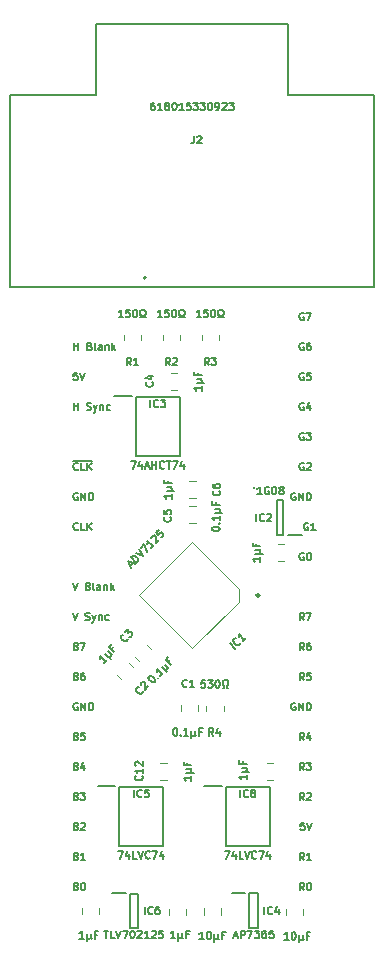
<source format=gto>
%TF.GenerationSoftware,KiCad,Pcbnew,8.0.7*%
%TF.CreationDate,2025-01-06T19:54:00+02:00*%
%TF.ProjectId,Video DAC,56696465-6f20-4444-9143-2e6b69636164,V0*%
%TF.SameCoordinates,Original*%
%TF.FileFunction,Legend,Top*%
%TF.FilePolarity,Positive*%
%FSLAX46Y46*%
G04 Gerber Fmt 4.6, Leading zero omitted, Abs format (unit mm)*
G04 Created by KiCad (PCBNEW 8.0.7) date 2025-01-06 19:54:00*
%MOMM*%
%LPD*%
G01*
G04 APERTURE LIST*
%ADD10C,0.150000*%
%ADD11C,0.120000*%
%ADD12C,0.200000*%
%ADD13C,0.100000*%
%ADD14C,0.260000*%
G04 APERTURE END LIST*
D10*
X1392874Y-2825963D02*
X1392874Y-2190963D01*
X1392874Y-2493344D02*
X1755731Y-2493344D01*
X1755731Y-2825963D02*
X1755731Y-2190963D01*
X2753589Y-2493344D02*
X2844303Y-2523582D01*
X2844303Y-2523582D02*
X2874541Y-2553820D01*
X2874541Y-2553820D02*
X2904779Y-2614296D01*
X2904779Y-2614296D02*
X2904779Y-2705010D01*
X2904779Y-2705010D02*
X2874541Y-2765486D01*
X2874541Y-2765486D02*
X2844303Y-2795725D01*
X2844303Y-2795725D02*
X2783827Y-2825963D01*
X2783827Y-2825963D02*
X2541922Y-2825963D01*
X2541922Y-2825963D02*
X2541922Y-2190963D01*
X2541922Y-2190963D02*
X2753589Y-2190963D01*
X2753589Y-2190963D02*
X2814065Y-2221201D01*
X2814065Y-2221201D02*
X2844303Y-2251439D01*
X2844303Y-2251439D02*
X2874541Y-2311915D01*
X2874541Y-2311915D02*
X2874541Y-2372391D01*
X2874541Y-2372391D02*
X2844303Y-2432867D01*
X2844303Y-2432867D02*
X2814065Y-2463105D01*
X2814065Y-2463105D02*
X2753589Y-2493344D01*
X2753589Y-2493344D02*
X2541922Y-2493344D01*
X3267636Y-2825963D02*
X3207160Y-2795725D01*
X3207160Y-2795725D02*
X3176922Y-2735248D01*
X3176922Y-2735248D02*
X3176922Y-2190963D01*
X3781684Y-2825963D02*
X3781684Y-2493344D01*
X3781684Y-2493344D02*
X3751446Y-2432867D01*
X3751446Y-2432867D02*
X3690970Y-2402629D01*
X3690970Y-2402629D02*
X3570017Y-2402629D01*
X3570017Y-2402629D02*
X3509541Y-2432867D01*
X3781684Y-2795725D02*
X3721208Y-2825963D01*
X3721208Y-2825963D02*
X3570017Y-2825963D01*
X3570017Y-2825963D02*
X3509541Y-2795725D01*
X3509541Y-2795725D02*
X3479303Y-2735248D01*
X3479303Y-2735248D02*
X3479303Y-2674772D01*
X3479303Y-2674772D02*
X3509541Y-2614296D01*
X3509541Y-2614296D02*
X3570017Y-2584058D01*
X3570017Y-2584058D02*
X3721208Y-2584058D01*
X3721208Y-2584058D02*
X3781684Y-2553820D01*
X4084065Y-2402629D02*
X4084065Y-2825963D01*
X4084065Y-2463105D02*
X4114303Y-2432867D01*
X4114303Y-2432867D02*
X4174779Y-2402629D01*
X4174779Y-2402629D02*
X4265494Y-2402629D01*
X4265494Y-2402629D02*
X4325970Y-2432867D01*
X4325970Y-2432867D02*
X4356208Y-2493344D01*
X4356208Y-2493344D02*
X4356208Y-2825963D01*
X4658589Y-2825963D02*
X4658589Y-2190963D01*
X4719065Y-2584058D02*
X4900494Y-2825963D01*
X4900494Y-2402629D02*
X4658589Y-2644534D01*
X1604541Y-43133344D02*
X1695255Y-43163582D01*
X1695255Y-43163582D02*
X1725493Y-43193820D01*
X1725493Y-43193820D02*
X1755731Y-43254296D01*
X1755731Y-43254296D02*
X1755731Y-43345010D01*
X1755731Y-43345010D02*
X1725493Y-43405486D01*
X1725493Y-43405486D02*
X1695255Y-43435725D01*
X1695255Y-43435725D02*
X1634779Y-43465963D01*
X1634779Y-43465963D02*
X1392874Y-43465963D01*
X1392874Y-43465963D02*
X1392874Y-42830963D01*
X1392874Y-42830963D02*
X1604541Y-42830963D01*
X1604541Y-42830963D02*
X1665017Y-42861201D01*
X1665017Y-42861201D02*
X1695255Y-42891439D01*
X1695255Y-42891439D02*
X1725493Y-42951915D01*
X1725493Y-42951915D02*
X1725493Y-43012391D01*
X1725493Y-43012391D02*
X1695255Y-43072867D01*
X1695255Y-43072867D02*
X1665017Y-43103105D01*
X1665017Y-43103105D02*
X1604541Y-43133344D01*
X1604541Y-43133344D02*
X1392874Y-43133344D01*
X1997636Y-42891439D02*
X2027874Y-42861201D01*
X2027874Y-42861201D02*
X2088350Y-42830963D01*
X2088350Y-42830963D02*
X2239541Y-42830963D01*
X2239541Y-42830963D02*
X2300017Y-42861201D01*
X2300017Y-42861201D02*
X2330255Y-42891439D01*
X2330255Y-42891439D02*
X2360493Y-42951915D01*
X2360493Y-42951915D02*
X2360493Y-43012391D01*
X2360493Y-43012391D02*
X2330255Y-43103105D01*
X2330255Y-43103105D02*
X1967398Y-43465963D01*
X1967398Y-43465963D02*
X2360493Y-43465963D01*
X20862363Y-20001201D02*
X20801887Y-19970963D01*
X20801887Y-19970963D02*
X20711173Y-19970963D01*
X20711173Y-19970963D02*
X20620458Y-20001201D01*
X20620458Y-20001201D02*
X20559982Y-20061677D01*
X20559982Y-20061677D02*
X20529744Y-20122153D01*
X20529744Y-20122153D02*
X20499506Y-20243105D01*
X20499506Y-20243105D02*
X20499506Y-20333820D01*
X20499506Y-20333820D02*
X20529744Y-20454772D01*
X20529744Y-20454772D02*
X20559982Y-20515248D01*
X20559982Y-20515248D02*
X20620458Y-20575725D01*
X20620458Y-20575725D02*
X20711173Y-20605963D01*
X20711173Y-20605963D02*
X20771649Y-20605963D01*
X20771649Y-20605963D02*
X20862363Y-20575725D01*
X20862363Y-20575725D02*
X20892601Y-20545486D01*
X20892601Y-20545486D02*
X20892601Y-20333820D01*
X20892601Y-20333820D02*
X20771649Y-20333820D01*
X21285696Y-19970963D02*
X21346173Y-19970963D01*
X21346173Y-19970963D02*
X21406649Y-20001201D01*
X21406649Y-20001201D02*
X21436887Y-20031439D01*
X21436887Y-20031439D02*
X21467125Y-20091915D01*
X21467125Y-20091915D02*
X21497363Y-20212867D01*
X21497363Y-20212867D02*
X21497363Y-20364058D01*
X21497363Y-20364058D02*
X21467125Y-20485010D01*
X21467125Y-20485010D02*
X21436887Y-20545486D01*
X21436887Y-20545486D02*
X21406649Y-20575725D01*
X21406649Y-20575725D02*
X21346173Y-20605963D01*
X21346173Y-20605963D02*
X21285696Y-20605963D01*
X21285696Y-20605963D02*
X21225220Y-20575725D01*
X21225220Y-20575725D02*
X21194982Y-20545486D01*
X21194982Y-20545486D02*
X21164744Y-20485010D01*
X21164744Y-20485010D02*
X21134506Y-20364058D01*
X21134506Y-20364058D02*
X21134506Y-20212867D01*
X21134506Y-20212867D02*
X21164744Y-20091915D01*
X21164744Y-20091915D02*
X21194982Y-20031439D01*
X21194982Y-20031439D02*
X21225220Y-20001201D01*
X21225220Y-20001201D02*
X21285696Y-19970963D01*
X20862363Y-4761201D02*
X20801887Y-4730963D01*
X20801887Y-4730963D02*
X20711173Y-4730963D01*
X20711173Y-4730963D02*
X20620458Y-4761201D01*
X20620458Y-4761201D02*
X20559982Y-4821677D01*
X20559982Y-4821677D02*
X20529744Y-4882153D01*
X20529744Y-4882153D02*
X20499506Y-5003105D01*
X20499506Y-5003105D02*
X20499506Y-5093820D01*
X20499506Y-5093820D02*
X20529744Y-5214772D01*
X20529744Y-5214772D02*
X20559982Y-5275248D01*
X20559982Y-5275248D02*
X20620458Y-5335725D01*
X20620458Y-5335725D02*
X20711173Y-5365963D01*
X20711173Y-5365963D02*
X20771649Y-5365963D01*
X20771649Y-5365963D02*
X20862363Y-5335725D01*
X20862363Y-5335725D02*
X20892601Y-5305486D01*
X20892601Y-5305486D02*
X20892601Y-5093820D01*
X20892601Y-5093820D02*
X20771649Y-5093820D01*
X21467125Y-4730963D02*
X21164744Y-4730963D01*
X21164744Y-4730963D02*
X21134506Y-5033344D01*
X21134506Y-5033344D02*
X21164744Y-5003105D01*
X21164744Y-5003105D02*
X21225220Y-4972867D01*
X21225220Y-4972867D02*
X21376411Y-4972867D01*
X21376411Y-4972867D02*
X21436887Y-5003105D01*
X21436887Y-5003105D02*
X21467125Y-5033344D01*
X21467125Y-5033344D02*
X21497363Y-5093820D01*
X21497363Y-5093820D02*
X21497363Y-5245010D01*
X21497363Y-5245010D02*
X21467125Y-5305486D01*
X21467125Y-5305486D02*
X21436887Y-5335725D01*
X21436887Y-5335725D02*
X21376411Y-5365963D01*
X21376411Y-5365963D02*
X21225220Y-5365963D01*
X21225220Y-5365963D02*
X21164744Y-5335725D01*
X21164744Y-5335725D02*
X21134506Y-5305486D01*
X20892601Y-38385963D02*
X20680934Y-38083582D01*
X20529744Y-38385963D02*
X20529744Y-37750963D01*
X20529744Y-37750963D02*
X20771649Y-37750963D01*
X20771649Y-37750963D02*
X20832125Y-37781201D01*
X20832125Y-37781201D02*
X20862363Y-37811439D01*
X20862363Y-37811439D02*
X20892601Y-37871915D01*
X20892601Y-37871915D02*
X20892601Y-37962629D01*
X20892601Y-37962629D02*
X20862363Y-38023105D01*
X20862363Y-38023105D02*
X20832125Y-38053344D01*
X20832125Y-38053344D02*
X20771649Y-38083582D01*
X20771649Y-38083582D02*
X20529744Y-38083582D01*
X21104268Y-37750963D02*
X21497363Y-37750963D01*
X21497363Y-37750963D02*
X21285696Y-37992867D01*
X21285696Y-37992867D02*
X21376411Y-37992867D01*
X21376411Y-37992867D02*
X21436887Y-38023105D01*
X21436887Y-38023105D02*
X21467125Y-38053344D01*
X21467125Y-38053344D02*
X21497363Y-38113820D01*
X21497363Y-38113820D02*
X21497363Y-38265010D01*
X21497363Y-38265010D02*
X21467125Y-38325486D01*
X21467125Y-38325486D02*
X21436887Y-38355725D01*
X21436887Y-38355725D02*
X21376411Y-38385963D01*
X21376411Y-38385963D02*
X21194982Y-38385963D01*
X21194982Y-38385963D02*
X21134506Y-38355725D01*
X21134506Y-38355725D02*
X21104268Y-38325486D01*
X21243363Y-17461201D02*
X21182887Y-17430963D01*
X21182887Y-17430963D02*
X21092173Y-17430963D01*
X21092173Y-17430963D02*
X21001458Y-17461201D01*
X21001458Y-17461201D02*
X20940982Y-17521677D01*
X20940982Y-17521677D02*
X20910744Y-17582153D01*
X20910744Y-17582153D02*
X20880506Y-17703105D01*
X20880506Y-17703105D02*
X20880506Y-17793820D01*
X20880506Y-17793820D02*
X20910744Y-17914772D01*
X20910744Y-17914772D02*
X20940982Y-17975248D01*
X20940982Y-17975248D02*
X21001458Y-18035725D01*
X21001458Y-18035725D02*
X21092173Y-18065963D01*
X21092173Y-18065963D02*
X21152649Y-18065963D01*
X21152649Y-18065963D02*
X21243363Y-18035725D01*
X21243363Y-18035725D02*
X21273601Y-18005486D01*
X21273601Y-18005486D02*
X21273601Y-17793820D01*
X21273601Y-17793820D02*
X21152649Y-17793820D01*
X21878363Y-18065963D02*
X21515506Y-18065963D01*
X21696934Y-18065963D02*
X21696934Y-17430963D01*
X21696934Y-17430963D02*
X21636458Y-17521677D01*
X21636458Y-17521677D02*
X21575982Y-17582153D01*
X21575982Y-17582153D02*
X21515506Y-17612391D01*
X1755731Y-12925486D02*
X1725493Y-12955725D01*
X1725493Y-12955725D02*
X1634779Y-12985963D01*
X1634779Y-12985963D02*
X1574303Y-12985963D01*
X1574303Y-12985963D02*
X1483588Y-12955725D01*
X1483588Y-12955725D02*
X1423112Y-12895248D01*
X1423112Y-12895248D02*
X1392874Y-12834772D01*
X1392874Y-12834772D02*
X1362636Y-12713820D01*
X1362636Y-12713820D02*
X1362636Y-12623105D01*
X1362636Y-12623105D02*
X1392874Y-12502153D01*
X1392874Y-12502153D02*
X1423112Y-12441677D01*
X1423112Y-12441677D02*
X1483588Y-12381201D01*
X1483588Y-12381201D02*
X1574303Y-12350963D01*
X1574303Y-12350963D02*
X1634779Y-12350963D01*
X1634779Y-12350963D02*
X1725493Y-12381201D01*
X1725493Y-12381201D02*
X1755731Y-12411439D01*
X2330255Y-12985963D02*
X2027874Y-12985963D01*
X2027874Y-12985963D02*
X2027874Y-12350963D01*
X2541922Y-12985963D02*
X2541922Y-12350963D01*
X2904779Y-12985963D02*
X2632636Y-12623105D01*
X2904779Y-12350963D02*
X2541922Y-12713820D01*
X1305184Y-12174675D02*
X2962232Y-12174675D01*
X1755731Y-18005486D02*
X1725493Y-18035725D01*
X1725493Y-18035725D02*
X1634779Y-18065963D01*
X1634779Y-18065963D02*
X1574303Y-18065963D01*
X1574303Y-18065963D02*
X1483588Y-18035725D01*
X1483588Y-18035725D02*
X1423112Y-17975248D01*
X1423112Y-17975248D02*
X1392874Y-17914772D01*
X1392874Y-17914772D02*
X1362636Y-17793820D01*
X1362636Y-17793820D02*
X1362636Y-17703105D01*
X1362636Y-17703105D02*
X1392874Y-17582153D01*
X1392874Y-17582153D02*
X1423112Y-17521677D01*
X1423112Y-17521677D02*
X1483588Y-17461201D01*
X1483588Y-17461201D02*
X1574303Y-17430963D01*
X1574303Y-17430963D02*
X1634779Y-17430963D01*
X1634779Y-17430963D02*
X1725493Y-17461201D01*
X1725493Y-17461201D02*
X1755731Y-17491439D01*
X2330255Y-18065963D02*
X2027874Y-18065963D01*
X2027874Y-18065963D02*
X2027874Y-17430963D01*
X2541922Y-18065963D02*
X2541922Y-17430963D01*
X2904779Y-18065963D02*
X2632636Y-17703105D01*
X2904779Y-17430963D02*
X2541922Y-17793820D01*
X20922839Y-42830963D02*
X20620458Y-42830963D01*
X20620458Y-42830963D02*
X20590220Y-43133344D01*
X20590220Y-43133344D02*
X20620458Y-43103105D01*
X20620458Y-43103105D02*
X20680934Y-43072867D01*
X20680934Y-43072867D02*
X20832125Y-43072867D01*
X20832125Y-43072867D02*
X20892601Y-43103105D01*
X20892601Y-43103105D02*
X20922839Y-43133344D01*
X20922839Y-43133344D02*
X20953077Y-43193820D01*
X20953077Y-43193820D02*
X20953077Y-43345010D01*
X20953077Y-43345010D02*
X20922839Y-43405486D01*
X20922839Y-43405486D02*
X20892601Y-43435725D01*
X20892601Y-43435725D02*
X20832125Y-43465963D01*
X20832125Y-43465963D02*
X20680934Y-43465963D01*
X20680934Y-43465963D02*
X20620458Y-43435725D01*
X20620458Y-43435725D02*
X20590220Y-43405486D01*
X21134506Y-42830963D02*
X21346172Y-43465963D01*
X21346172Y-43465963D02*
X21557839Y-42830963D01*
X20862363Y318798D02*
X20801887Y349036D01*
X20801887Y349036D02*
X20711173Y349036D01*
X20711173Y349036D02*
X20620458Y318798D01*
X20620458Y318798D02*
X20559982Y258322D01*
X20559982Y258322D02*
X20529744Y197846D01*
X20529744Y197846D02*
X20499506Y76894D01*
X20499506Y76894D02*
X20499506Y-13820D01*
X20499506Y-13820D02*
X20529744Y-134772D01*
X20529744Y-134772D02*
X20559982Y-195248D01*
X20559982Y-195248D02*
X20620458Y-255725D01*
X20620458Y-255725D02*
X20711173Y-285963D01*
X20711173Y-285963D02*
X20771649Y-285963D01*
X20771649Y-285963D02*
X20862363Y-255725D01*
X20862363Y-255725D02*
X20892601Y-225486D01*
X20892601Y-225486D02*
X20892601Y-13820D01*
X20892601Y-13820D02*
X20771649Y-13820D01*
X21104268Y349036D02*
X21527601Y349036D01*
X21527601Y349036D02*
X21255458Y-285963D01*
X1302160Y-25050963D02*
X1513826Y-25685963D01*
X1513826Y-25685963D02*
X1725493Y-25050963D01*
X2390732Y-25655725D02*
X2481446Y-25685963D01*
X2481446Y-25685963D02*
X2632637Y-25685963D01*
X2632637Y-25685963D02*
X2693113Y-25655725D01*
X2693113Y-25655725D02*
X2723351Y-25625486D01*
X2723351Y-25625486D02*
X2753589Y-25565010D01*
X2753589Y-25565010D02*
X2753589Y-25504534D01*
X2753589Y-25504534D02*
X2723351Y-25444058D01*
X2723351Y-25444058D02*
X2693113Y-25413820D01*
X2693113Y-25413820D02*
X2632637Y-25383582D01*
X2632637Y-25383582D02*
X2511684Y-25353344D01*
X2511684Y-25353344D02*
X2451208Y-25323105D01*
X2451208Y-25323105D02*
X2420970Y-25292867D01*
X2420970Y-25292867D02*
X2390732Y-25232391D01*
X2390732Y-25232391D02*
X2390732Y-25171915D01*
X2390732Y-25171915D02*
X2420970Y-25111439D01*
X2420970Y-25111439D02*
X2451208Y-25081201D01*
X2451208Y-25081201D02*
X2511684Y-25050963D01*
X2511684Y-25050963D02*
X2662875Y-25050963D01*
X2662875Y-25050963D02*
X2753589Y-25081201D01*
X2965256Y-25262629D02*
X3116446Y-25685963D01*
X3267637Y-25262629D02*
X3116446Y-25685963D01*
X3116446Y-25685963D02*
X3055970Y-25837153D01*
X3055970Y-25837153D02*
X3025732Y-25867391D01*
X3025732Y-25867391D02*
X2965256Y-25897629D01*
X3509542Y-25262629D02*
X3509542Y-25685963D01*
X3509542Y-25323105D02*
X3539780Y-25292867D01*
X3539780Y-25292867D02*
X3600256Y-25262629D01*
X3600256Y-25262629D02*
X3690971Y-25262629D01*
X3690971Y-25262629D02*
X3751447Y-25292867D01*
X3751447Y-25292867D02*
X3781685Y-25353344D01*
X3781685Y-25353344D02*
X3781685Y-25685963D01*
X4356209Y-25655725D02*
X4295733Y-25685963D01*
X4295733Y-25685963D02*
X4174780Y-25685963D01*
X4174780Y-25685963D02*
X4114304Y-25655725D01*
X4114304Y-25655725D02*
X4084066Y-25625486D01*
X4084066Y-25625486D02*
X4053828Y-25565010D01*
X4053828Y-25565010D02*
X4053828Y-25383582D01*
X4053828Y-25383582D02*
X4084066Y-25323105D01*
X4084066Y-25323105D02*
X4114304Y-25292867D01*
X4114304Y-25292867D02*
X4174780Y-25262629D01*
X4174780Y-25262629D02*
X4295733Y-25262629D01*
X4295733Y-25262629D02*
X4356209Y-25292867D01*
X20892601Y-28225963D02*
X20680934Y-27923582D01*
X20529744Y-28225963D02*
X20529744Y-27590963D01*
X20529744Y-27590963D02*
X20771649Y-27590963D01*
X20771649Y-27590963D02*
X20832125Y-27621201D01*
X20832125Y-27621201D02*
X20862363Y-27651439D01*
X20862363Y-27651439D02*
X20892601Y-27711915D01*
X20892601Y-27711915D02*
X20892601Y-27802629D01*
X20892601Y-27802629D02*
X20862363Y-27863105D01*
X20862363Y-27863105D02*
X20832125Y-27893344D01*
X20832125Y-27893344D02*
X20771649Y-27923582D01*
X20771649Y-27923582D02*
X20529744Y-27923582D01*
X21436887Y-27590963D02*
X21315934Y-27590963D01*
X21315934Y-27590963D02*
X21255458Y-27621201D01*
X21255458Y-27621201D02*
X21225220Y-27651439D01*
X21225220Y-27651439D02*
X21164744Y-27742153D01*
X21164744Y-27742153D02*
X21134506Y-27863105D01*
X21134506Y-27863105D02*
X21134506Y-28105010D01*
X21134506Y-28105010D02*
X21164744Y-28165486D01*
X21164744Y-28165486D02*
X21194982Y-28195725D01*
X21194982Y-28195725D02*
X21255458Y-28225963D01*
X21255458Y-28225963D02*
X21376411Y-28225963D01*
X21376411Y-28225963D02*
X21436887Y-28195725D01*
X21436887Y-28195725D02*
X21467125Y-28165486D01*
X21467125Y-28165486D02*
X21497363Y-28105010D01*
X21497363Y-28105010D02*
X21497363Y-27953820D01*
X21497363Y-27953820D02*
X21467125Y-27893344D01*
X21467125Y-27893344D02*
X21436887Y-27863105D01*
X21436887Y-27863105D02*
X21376411Y-27832867D01*
X21376411Y-27832867D02*
X21255458Y-27832867D01*
X21255458Y-27832867D02*
X21194982Y-27863105D01*
X21194982Y-27863105D02*
X21164744Y-27893344D01*
X21164744Y-27893344D02*
X21134506Y-27953820D01*
X1604541Y-30433344D02*
X1695255Y-30463582D01*
X1695255Y-30463582D02*
X1725493Y-30493820D01*
X1725493Y-30493820D02*
X1755731Y-30554296D01*
X1755731Y-30554296D02*
X1755731Y-30645010D01*
X1755731Y-30645010D02*
X1725493Y-30705486D01*
X1725493Y-30705486D02*
X1695255Y-30735725D01*
X1695255Y-30735725D02*
X1634779Y-30765963D01*
X1634779Y-30765963D02*
X1392874Y-30765963D01*
X1392874Y-30765963D02*
X1392874Y-30130963D01*
X1392874Y-30130963D02*
X1604541Y-30130963D01*
X1604541Y-30130963D02*
X1665017Y-30161201D01*
X1665017Y-30161201D02*
X1695255Y-30191439D01*
X1695255Y-30191439D02*
X1725493Y-30251915D01*
X1725493Y-30251915D02*
X1725493Y-30312391D01*
X1725493Y-30312391D02*
X1695255Y-30372867D01*
X1695255Y-30372867D02*
X1665017Y-30403105D01*
X1665017Y-30403105D02*
X1604541Y-30433344D01*
X1604541Y-30433344D02*
X1392874Y-30433344D01*
X2300017Y-30130963D02*
X2179064Y-30130963D01*
X2179064Y-30130963D02*
X2118588Y-30161201D01*
X2118588Y-30161201D02*
X2088350Y-30191439D01*
X2088350Y-30191439D02*
X2027874Y-30282153D01*
X2027874Y-30282153D02*
X1997636Y-30403105D01*
X1997636Y-30403105D02*
X1997636Y-30645010D01*
X1997636Y-30645010D02*
X2027874Y-30705486D01*
X2027874Y-30705486D02*
X2058112Y-30735725D01*
X2058112Y-30735725D02*
X2118588Y-30765963D01*
X2118588Y-30765963D02*
X2239541Y-30765963D01*
X2239541Y-30765963D02*
X2300017Y-30735725D01*
X2300017Y-30735725D02*
X2330255Y-30705486D01*
X2330255Y-30705486D02*
X2360493Y-30645010D01*
X2360493Y-30645010D02*
X2360493Y-30493820D01*
X2360493Y-30493820D02*
X2330255Y-30433344D01*
X2330255Y-30433344D02*
X2300017Y-30403105D01*
X2300017Y-30403105D02*
X2239541Y-30372867D01*
X2239541Y-30372867D02*
X2118588Y-30372867D01*
X2118588Y-30372867D02*
X2058112Y-30403105D01*
X2058112Y-30403105D02*
X2027874Y-30433344D01*
X2027874Y-30433344D02*
X1997636Y-30493820D01*
X1604541Y-40593344D02*
X1695255Y-40623582D01*
X1695255Y-40623582D02*
X1725493Y-40653820D01*
X1725493Y-40653820D02*
X1755731Y-40714296D01*
X1755731Y-40714296D02*
X1755731Y-40805010D01*
X1755731Y-40805010D02*
X1725493Y-40865486D01*
X1725493Y-40865486D02*
X1695255Y-40895725D01*
X1695255Y-40895725D02*
X1634779Y-40925963D01*
X1634779Y-40925963D02*
X1392874Y-40925963D01*
X1392874Y-40925963D02*
X1392874Y-40290963D01*
X1392874Y-40290963D02*
X1604541Y-40290963D01*
X1604541Y-40290963D02*
X1665017Y-40321201D01*
X1665017Y-40321201D02*
X1695255Y-40351439D01*
X1695255Y-40351439D02*
X1725493Y-40411915D01*
X1725493Y-40411915D02*
X1725493Y-40472391D01*
X1725493Y-40472391D02*
X1695255Y-40532867D01*
X1695255Y-40532867D02*
X1665017Y-40563105D01*
X1665017Y-40563105D02*
X1604541Y-40593344D01*
X1604541Y-40593344D02*
X1392874Y-40593344D01*
X1967398Y-40290963D02*
X2360493Y-40290963D01*
X2360493Y-40290963D02*
X2148826Y-40532867D01*
X2148826Y-40532867D02*
X2239541Y-40532867D01*
X2239541Y-40532867D02*
X2300017Y-40563105D01*
X2300017Y-40563105D02*
X2330255Y-40593344D01*
X2330255Y-40593344D02*
X2360493Y-40653820D01*
X2360493Y-40653820D02*
X2360493Y-40805010D01*
X2360493Y-40805010D02*
X2330255Y-40865486D01*
X2330255Y-40865486D02*
X2300017Y-40895725D01*
X2300017Y-40895725D02*
X2239541Y-40925963D01*
X2239541Y-40925963D02*
X2058112Y-40925963D01*
X2058112Y-40925963D02*
X1997636Y-40895725D01*
X1997636Y-40895725D02*
X1967398Y-40865486D01*
X1725493Y-14921201D02*
X1665017Y-14890963D01*
X1665017Y-14890963D02*
X1574303Y-14890963D01*
X1574303Y-14890963D02*
X1483588Y-14921201D01*
X1483588Y-14921201D02*
X1423112Y-14981677D01*
X1423112Y-14981677D02*
X1392874Y-15042153D01*
X1392874Y-15042153D02*
X1362636Y-15163105D01*
X1362636Y-15163105D02*
X1362636Y-15253820D01*
X1362636Y-15253820D02*
X1392874Y-15374772D01*
X1392874Y-15374772D02*
X1423112Y-15435248D01*
X1423112Y-15435248D02*
X1483588Y-15495725D01*
X1483588Y-15495725D02*
X1574303Y-15525963D01*
X1574303Y-15525963D02*
X1634779Y-15525963D01*
X1634779Y-15525963D02*
X1725493Y-15495725D01*
X1725493Y-15495725D02*
X1755731Y-15465486D01*
X1755731Y-15465486D02*
X1755731Y-15253820D01*
X1755731Y-15253820D02*
X1634779Y-15253820D01*
X2027874Y-15525963D02*
X2027874Y-14890963D01*
X2027874Y-14890963D02*
X2390731Y-15525963D01*
X2390731Y-15525963D02*
X2390731Y-14890963D01*
X2693112Y-15525963D02*
X2693112Y-14890963D01*
X2693112Y-14890963D02*
X2844302Y-14890963D01*
X2844302Y-14890963D02*
X2935017Y-14921201D01*
X2935017Y-14921201D02*
X2995493Y-14981677D01*
X2995493Y-14981677D02*
X3025731Y-15042153D01*
X3025731Y-15042153D02*
X3055969Y-15163105D01*
X3055969Y-15163105D02*
X3055969Y-15253820D01*
X3055969Y-15253820D02*
X3025731Y-15374772D01*
X3025731Y-15374772D02*
X2995493Y-15435248D01*
X2995493Y-15435248D02*
X2935017Y-15495725D01*
X2935017Y-15495725D02*
X2844302Y-15525963D01*
X2844302Y-15525963D02*
X2693112Y-15525963D01*
X20166887Y-14921201D02*
X20106411Y-14890963D01*
X20106411Y-14890963D02*
X20015697Y-14890963D01*
X20015697Y-14890963D02*
X19924982Y-14921201D01*
X19924982Y-14921201D02*
X19864506Y-14981677D01*
X19864506Y-14981677D02*
X19834268Y-15042153D01*
X19834268Y-15042153D02*
X19804030Y-15163105D01*
X19804030Y-15163105D02*
X19804030Y-15253820D01*
X19804030Y-15253820D02*
X19834268Y-15374772D01*
X19834268Y-15374772D02*
X19864506Y-15435248D01*
X19864506Y-15435248D02*
X19924982Y-15495725D01*
X19924982Y-15495725D02*
X20015697Y-15525963D01*
X20015697Y-15525963D02*
X20076173Y-15525963D01*
X20076173Y-15525963D02*
X20166887Y-15495725D01*
X20166887Y-15495725D02*
X20197125Y-15465486D01*
X20197125Y-15465486D02*
X20197125Y-15253820D01*
X20197125Y-15253820D02*
X20076173Y-15253820D01*
X20469268Y-15525963D02*
X20469268Y-14890963D01*
X20469268Y-14890963D02*
X20832125Y-15525963D01*
X20832125Y-15525963D02*
X20832125Y-14890963D01*
X21134506Y-15525963D02*
X21134506Y-14890963D01*
X21134506Y-14890963D02*
X21285696Y-14890963D01*
X21285696Y-14890963D02*
X21376411Y-14921201D01*
X21376411Y-14921201D02*
X21436887Y-14981677D01*
X21436887Y-14981677D02*
X21467125Y-15042153D01*
X21467125Y-15042153D02*
X21497363Y-15163105D01*
X21497363Y-15163105D02*
X21497363Y-15253820D01*
X21497363Y-15253820D02*
X21467125Y-15374772D01*
X21467125Y-15374772D02*
X21436887Y-15435248D01*
X21436887Y-15435248D02*
X21376411Y-15495725D01*
X21376411Y-15495725D02*
X21285696Y-15525963D01*
X21285696Y-15525963D02*
X21134506Y-15525963D01*
X1604541Y-38053344D02*
X1695255Y-38083582D01*
X1695255Y-38083582D02*
X1725493Y-38113820D01*
X1725493Y-38113820D02*
X1755731Y-38174296D01*
X1755731Y-38174296D02*
X1755731Y-38265010D01*
X1755731Y-38265010D02*
X1725493Y-38325486D01*
X1725493Y-38325486D02*
X1695255Y-38355725D01*
X1695255Y-38355725D02*
X1634779Y-38385963D01*
X1634779Y-38385963D02*
X1392874Y-38385963D01*
X1392874Y-38385963D02*
X1392874Y-37750963D01*
X1392874Y-37750963D02*
X1604541Y-37750963D01*
X1604541Y-37750963D02*
X1665017Y-37781201D01*
X1665017Y-37781201D02*
X1695255Y-37811439D01*
X1695255Y-37811439D02*
X1725493Y-37871915D01*
X1725493Y-37871915D02*
X1725493Y-37932391D01*
X1725493Y-37932391D02*
X1695255Y-37992867D01*
X1695255Y-37992867D02*
X1665017Y-38023105D01*
X1665017Y-38023105D02*
X1604541Y-38053344D01*
X1604541Y-38053344D02*
X1392874Y-38053344D01*
X2300017Y-37962629D02*
X2300017Y-38385963D01*
X2148826Y-37720725D02*
X1997636Y-38174296D01*
X1997636Y-38174296D02*
X2390731Y-38174296D01*
X1604541Y-45673344D02*
X1695255Y-45703582D01*
X1695255Y-45703582D02*
X1725493Y-45733820D01*
X1725493Y-45733820D02*
X1755731Y-45794296D01*
X1755731Y-45794296D02*
X1755731Y-45885010D01*
X1755731Y-45885010D02*
X1725493Y-45945486D01*
X1725493Y-45945486D02*
X1695255Y-45975725D01*
X1695255Y-45975725D02*
X1634779Y-46005963D01*
X1634779Y-46005963D02*
X1392874Y-46005963D01*
X1392874Y-46005963D02*
X1392874Y-45370963D01*
X1392874Y-45370963D02*
X1604541Y-45370963D01*
X1604541Y-45370963D02*
X1665017Y-45401201D01*
X1665017Y-45401201D02*
X1695255Y-45431439D01*
X1695255Y-45431439D02*
X1725493Y-45491915D01*
X1725493Y-45491915D02*
X1725493Y-45552391D01*
X1725493Y-45552391D02*
X1695255Y-45612867D01*
X1695255Y-45612867D02*
X1665017Y-45643105D01*
X1665017Y-45643105D02*
X1604541Y-45673344D01*
X1604541Y-45673344D02*
X1392874Y-45673344D01*
X2360493Y-46005963D02*
X1997636Y-46005963D01*
X2179064Y-46005963D02*
X2179064Y-45370963D01*
X2179064Y-45370963D02*
X2118588Y-45461677D01*
X2118588Y-45461677D02*
X2058112Y-45522153D01*
X2058112Y-45522153D02*
X1997636Y-45552391D01*
X1604541Y-48213344D02*
X1695255Y-48243582D01*
X1695255Y-48243582D02*
X1725493Y-48273820D01*
X1725493Y-48273820D02*
X1755731Y-48334296D01*
X1755731Y-48334296D02*
X1755731Y-48425010D01*
X1755731Y-48425010D02*
X1725493Y-48485486D01*
X1725493Y-48485486D02*
X1695255Y-48515725D01*
X1695255Y-48515725D02*
X1634779Y-48545963D01*
X1634779Y-48545963D02*
X1392874Y-48545963D01*
X1392874Y-48545963D02*
X1392874Y-47910963D01*
X1392874Y-47910963D02*
X1604541Y-47910963D01*
X1604541Y-47910963D02*
X1665017Y-47941201D01*
X1665017Y-47941201D02*
X1695255Y-47971439D01*
X1695255Y-47971439D02*
X1725493Y-48031915D01*
X1725493Y-48031915D02*
X1725493Y-48092391D01*
X1725493Y-48092391D02*
X1695255Y-48152867D01*
X1695255Y-48152867D02*
X1665017Y-48183105D01*
X1665017Y-48183105D02*
X1604541Y-48213344D01*
X1604541Y-48213344D02*
X1392874Y-48213344D01*
X2148826Y-47910963D02*
X2209303Y-47910963D01*
X2209303Y-47910963D02*
X2269779Y-47941201D01*
X2269779Y-47941201D02*
X2300017Y-47971439D01*
X2300017Y-47971439D02*
X2330255Y-48031915D01*
X2330255Y-48031915D02*
X2360493Y-48152867D01*
X2360493Y-48152867D02*
X2360493Y-48304058D01*
X2360493Y-48304058D02*
X2330255Y-48425010D01*
X2330255Y-48425010D02*
X2300017Y-48485486D01*
X2300017Y-48485486D02*
X2269779Y-48515725D01*
X2269779Y-48515725D02*
X2209303Y-48545963D01*
X2209303Y-48545963D02*
X2148826Y-48545963D01*
X2148826Y-48545963D02*
X2088350Y-48515725D01*
X2088350Y-48515725D02*
X2058112Y-48485486D01*
X2058112Y-48485486D02*
X2027874Y-48425010D01*
X2027874Y-48425010D02*
X1997636Y-48304058D01*
X1997636Y-48304058D02*
X1997636Y-48152867D01*
X1997636Y-48152867D02*
X2027874Y-48031915D01*
X2027874Y-48031915D02*
X2058112Y-47971439D01*
X2058112Y-47971439D02*
X2088350Y-47941201D01*
X2088350Y-47941201D02*
X2148826Y-47910963D01*
X20892601Y-35845963D02*
X20680934Y-35543582D01*
X20529744Y-35845963D02*
X20529744Y-35210963D01*
X20529744Y-35210963D02*
X20771649Y-35210963D01*
X20771649Y-35210963D02*
X20832125Y-35241201D01*
X20832125Y-35241201D02*
X20862363Y-35271439D01*
X20862363Y-35271439D02*
X20892601Y-35331915D01*
X20892601Y-35331915D02*
X20892601Y-35422629D01*
X20892601Y-35422629D02*
X20862363Y-35483105D01*
X20862363Y-35483105D02*
X20832125Y-35513344D01*
X20832125Y-35513344D02*
X20771649Y-35543582D01*
X20771649Y-35543582D02*
X20529744Y-35543582D01*
X21436887Y-35422629D02*
X21436887Y-35845963D01*
X21285696Y-35180725D02*
X21134506Y-35634296D01*
X21134506Y-35634296D02*
X21527601Y-35634296D01*
X20892601Y-40925963D02*
X20680934Y-40623582D01*
X20529744Y-40925963D02*
X20529744Y-40290963D01*
X20529744Y-40290963D02*
X20771649Y-40290963D01*
X20771649Y-40290963D02*
X20832125Y-40321201D01*
X20832125Y-40321201D02*
X20862363Y-40351439D01*
X20862363Y-40351439D02*
X20892601Y-40411915D01*
X20892601Y-40411915D02*
X20892601Y-40502629D01*
X20892601Y-40502629D02*
X20862363Y-40563105D01*
X20862363Y-40563105D02*
X20832125Y-40593344D01*
X20832125Y-40593344D02*
X20771649Y-40623582D01*
X20771649Y-40623582D02*
X20529744Y-40623582D01*
X21134506Y-40351439D02*
X21164744Y-40321201D01*
X21164744Y-40321201D02*
X21225220Y-40290963D01*
X21225220Y-40290963D02*
X21376411Y-40290963D01*
X21376411Y-40290963D02*
X21436887Y-40321201D01*
X21436887Y-40321201D02*
X21467125Y-40351439D01*
X21467125Y-40351439D02*
X21497363Y-40411915D01*
X21497363Y-40411915D02*
X21497363Y-40472391D01*
X21497363Y-40472391D02*
X21467125Y-40563105D01*
X21467125Y-40563105D02*
X21104268Y-40925963D01*
X21104268Y-40925963D02*
X21497363Y-40925963D01*
X1604541Y-27893344D02*
X1695255Y-27923582D01*
X1695255Y-27923582D02*
X1725493Y-27953820D01*
X1725493Y-27953820D02*
X1755731Y-28014296D01*
X1755731Y-28014296D02*
X1755731Y-28105010D01*
X1755731Y-28105010D02*
X1725493Y-28165486D01*
X1725493Y-28165486D02*
X1695255Y-28195725D01*
X1695255Y-28195725D02*
X1634779Y-28225963D01*
X1634779Y-28225963D02*
X1392874Y-28225963D01*
X1392874Y-28225963D02*
X1392874Y-27590963D01*
X1392874Y-27590963D02*
X1604541Y-27590963D01*
X1604541Y-27590963D02*
X1665017Y-27621201D01*
X1665017Y-27621201D02*
X1695255Y-27651439D01*
X1695255Y-27651439D02*
X1725493Y-27711915D01*
X1725493Y-27711915D02*
X1725493Y-27772391D01*
X1725493Y-27772391D02*
X1695255Y-27832867D01*
X1695255Y-27832867D02*
X1665017Y-27863105D01*
X1665017Y-27863105D02*
X1604541Y-27893344D01*
X1604541Y-27893344D02*
X1392874Y-27893344D01*
X1967398Y-27590963D02*
X2390731Y-27590963D01*
X2390731Y-27590963D02*
X2118588Y-28225963D01*
X20862363Y-9841201D02*
X20801887Y-9810963D01*
X20801887Y-9810963D02*
X20711173Y-9810963D01*
X20711173Y-9810963D02*
X20620458Y-9841201D01*
X20620458Y-9841201D02*
X20559982Y-9901677D01*
X20559982Y-9901677D02*
X20529744Y-9962153D01*
X20529744Y-9962153D02*
X20499506Y-10083105D01*
X20499506Y-10083105D02*
X20499506Y-10173820D01*
X20499506Y-10173820D02*
X20529744Y-10294772D01*
X20529744Y-10294772D02*
X20559982Y-10355248D01*
X20559982Y-10355248D02*
X20620458Y-10415725D01*
X20620458Y-10415725D02*
X20711173Y-10445963D01*
X20711173Y-10445963D02*
X20771649Y-10445963D01*
X20771649Y-10445963D02*
X20862363Y-10415725D01*
X20862363Y-10415725D02*
X20892601Y-10385486D01*
X20892601Y-10385486D02*
X20892601Y-10173820D01*
X20892601Y-10173820D02*
X20771649Y-10173820D01*
X21104268Y-9810963D02*
X21497363Y-9810963D01*
X21497363Y-9810963D02*
X21285696Y-10052867D01*
X21285696Y-10052867D02*
X21376411Y-10052867D01*
X21376411Y-10052867D02*
X21436887Y-10083105D01*
X21436887Y-10083105D02*
X21467125Y-10113344D01*
X21467125Y-10113344D02*
X21497363Y-10173820D01*
X21497363Y-10173820D02*
X21497363Y-10325010D01*
X21497363Y-10325010D02*
X21467125Y-10385486D01*
X21467125Y-10385486D02*
X21436887Y-10415725D01*
X21436887Y-10415725D02*
X21376411Y-10445963D01*
X21376411Y-10445963D02*
X21194982Y-10445963D01*
X21194982Y-10445963D02*
X21134506Y-10415725D01*
X21134506Y-10415725D02*
X21104268Y-10385486D01*
X20892601Y-25685963D02*
X20680934Y-25383582D01*
X20529744Y-25685963D02*
X20529744Y-25050963D01*
X20529744Y-25050963D02*
X20771649Y-25050963D01*
X20771649Y-25050963D02*
X20832125Y-25081201D01*
X20832125Y-25081201D02*
X20862363Y-25111439D01*
X20862363Y-25111439D02*
X20892601Y-25171915D01*
X20892601Y-25171915D02*
X20892601Y-25262629D01*
X20892601Y-25262629D02*
X20862363Y-25323105D01*
X20862363Y-25323105D02*
X20832125Y-25353344D01*
X20832125Y-25353344D02*
X20771649Y-25383582D01*
X20771649Y-25383582D02*
X20529744Y-25383582D01*
X21104268Y-25050963D02*
X21527601Y-25050963D01*
X21527601Y-25050963D02*
X21255458Y-25685963D01*
X1302160Y-22510963D02*
X1513826Y-23145963D01*
X1513826Y-23145963D02*
X1725493Y-22510963D01*
X2632637Y-22813344D02*
X2723351Y-22843582D01*
X2723351Y-22843582D02*
X2753589Y-22873820D01*
X2753589Y-22873820D02*
X2783827Y-22934296D01*
X2783827Y-22934296D02*
X2783827Y-23025010D01*
X2783827Y-23025010D02*
X2753589Y-23085486D01*
X2753589Y-23085486D02*
X2723351Y-23115725D01*
X2723351Y-23115725D02*
X2662875Y-23145963D01*
X2662875Y-23145963D02*
X2420970Y-23145963D01*
X2420970Y-23145963D02*
X2420970Y-22510963D01*
X2420970Y-22510963D02*
X2632637Y-22510963D01*
X2632637Y-22510963D02*
X2693113Y-22541201D01*
X2693113Y-22541201D02*
X2723351Y-22571439D01*
X2723351Y-22571439D02*
X2753589Y-22631915D01*
X2753589Y-22631915D02*
X2753589Y-22692391D01*
X2753589Y-22692391D02*
X2723351Y-22752867D01*
X2723351Y-22752867D02*
X2693113Y-22783105D01*
X2693113Y-22783105D02*
X2632637Y-22813344D01*
X2632637Y-22813344D02*
X2420970Y-22813344D01*
X3146684Y-23145963D02*
X3086208Y-23115725D01*
X3086208Y-23115725D02*
X3055970Y-23055248D01*
X3055970Y-23055248D02*
X3055970Y-22510963D01*
X3660732Y-23145963D02*
X3660732Y-22813344D01*
X3660732Y-22813344D02*
X3630494Y-22752867D01*
X3630494Y-22752867D02*
X3570018Y-22722629D01*
X3570018Y-22722629D02*
X3449065Y-22722629D01*
X3449065Y-22722629D02*
X3388589Y-22752867D01*
X3660732Y-23115725D02*
X3600256Y-23145963D01*
X3600256Y-23145963D02*
X3449065Y-23145963D01*
X3449065Y-23145963D02*
X3388589Y-23115725D01*
X3388589Y-23115725D02*
X3358351Y-23055248D01*
X3358351Y-23055248D02*
X3358351Y-22994772D01*
X3358351Y-22994772D02*
X3388589Y-22934296D01*
X3388589Y-22934296D02*
X3449065Y-22904058D01*
X3449065Y-22904058D02*
X3600256Y-22904058D01*
X3600256Y-22904058D02*
X3660732Y-22873820D01*
X3963113Y-22722629D02*
X3963113Y-23145963D01*
X3963113Y-22783105D02*
X3993351Y-22752867D01*
X3993351Y-22752867D02*
X4053827Y-22722629D01*
X4053827Y-22722629D02*
X4144542Y-22722629D01*
X4144542Y-22722629D02*
X4205018Y-22752867D01*
X4205018Y-22752867D02*
X4235256Y-22813344D01*
X4235256Y-22813344D02*
X4235256Y-23145963D01*
X4537637Y-23145963D02*
X4537637Y-22510963D01*
X4598113Y-22904058D02*
X4779542Y-23145963D01*
X4779542Y-22722629D02*
X4537637Y-22964534D01*
X20892601Y-30765963D02*
X20680934Y-30463582D01*
X20529744Y-30765963D02*
X20529744Y-30130963D01*
X20529744Y-30130963D02*
X20771649Y-30130963D01*
X20771649Y-30130963D02*
X20832125Y-30161201D01*
X20832125Y-30161201D02*
X20862363Y-30191439D01*
X20862363Y-30191439D02*
X20892601Y-30251915D01*
X20892601Y-30251915D02*
X20892601Y-30342629D01*
X20892601Y-30342629D02*
X20862363Y-30403105D01*
X20862363Y-30403105D02*
X20832125Y-30433344D01*
X20832125Y-30433344D02*
X20771649Y-30463582D01*
X20771649Y-30463582D02*
X20529744Y-30463582D01*
X21467125Y-30130963D02*
X21164744Y-30130963D01*
X21164744Y-30130963D02*
X21134506Y-30433344D01*
X21134506Y-30433344D02*
X21164744Y-30403105D01*
X21164744Y-30403105D02*
X21225220Y-30372867D01*
X21225220Y-30372867D02*
X21376411Y-30372867D01*
X21376411Y-30372867D02*
X21436887Y-30403105D01*
X21436887Y-30403105D02*
X21467125Y-30433344D01*
X21467125Y-30433344D02*
X21497363Y-30493820D01*
X21497363Y-30493820D02*
X21497363Y-30645010D01*
X21497363Y-30645010D02*
X21467125Y-30705486D01*
X21467125Y-30705486D02*
X21436887Y-30735725D01*
X21436887Y-30735725D02*
X21376411Y-30765963D01*
X21376411Y-30765963D02*
X21225220Y-30765963D01*
X21225220Y-30765963D02*
X21164744Y-30735725D01*
X21164744Y-30735725D02*
X21134506Y-30705486D01*
X20862363Y-12381201D02*
X20801887Y-12350963D01*
X20801887Y-12350963D02*
X20711173Y-12350963D01*
X20711173Y-12350963D02*
X20620458Y-12381201D01*
X20620458Y-12381201D02*
X20559982Y-12441677D01*
X20559982Y-12441677D02*
X20529744Y-12502153D01*
X20529744Y-12502153D02*
X20499506Y-12623105D01*
X20499506Y-12623105D02*
X20499506Y-12713820D01*
X20499506Y-12713820D02*
X20529744Y-12834772D01*
X20529744Y-12834772D02*
X20559982Y-12895248D01*
X20559982Y-12895248D02*
X20620458Y-12955725D01*
X20620458Y-12955725D02*
X20711173Y-12985963D01*
X20711173Y-12985963D02*
X20771649Y-12985963D01*
X20771649Y-12985963D02*
X20862363Y-12955725D01*
X20862363Y-12955725D02*
X20892601Y-12925486D01*
X20892601Y-12925486D02*
X20892601Y-12713820D01*
X20892601Y-12713820D02*
X20771649Y-12713820D01*
X21134506Y-12411439D02*
X21164744Y-12381201D01*
X21164744Y-12381201D02*
X21225220Y-12350963D01*
X21225220Y-12350963D02*
X21376411Y-12350963D01*
X21376411Y-12350963D02*
X21436887Y-12381201D01*
X21436887Y-12381201D02*
X21467125Y-12411439D01*
X21467125Y-12411439D02*
X21497363Y-12471915D01*
X21497363Y-12471915D02*
X21497363Y-12532391D01*
X21497363Y-12532391D02*
X21467125Y-12623105D01*
X21467125Y-12623105D02*
X21104268Y-12985963D01*
X21104268Y-12985963D02*
X21497363Y-12985963D01*
X1392874Y-7905963D02*
X1392874Y-7270963D01*
X1392874Y-7573344D02*
X1755731Y-7573344D01*
X1755731Y-7905963D02*
X1755731Y-7270963D01*
X2511684Y-7875725D02*
X2602398Y-7905963D01*
X2602398Y-7905963D02*
X2753589Y-7905963D01*
X2753589Y-7905963D02*
X2814065Y-7875725D01*
X2814065Y-7875725D02*
X2844303Y-7845486D01*
X2844303Y-7845486D02*
X2874541Y-7785010D01*
X2874541Y-7785010D02*
X2874541Y-7724534D01*
X2874541Y-7724534D02*
X2844303Y-7664058D01*
X2844303Y-7664058D02*
X2814065Y-7633820D01*
X2814065Y-7633820D02*
X2753589Y-7603582D01*
X2753589Y-7603582D02*
X2632636Y-7573344D01*
X2632636Y-7573344D02*
X2572160Y-7543105D01*
X2572160Y-7543105D02*
X2541922Y-7512867D01*
X2541922Y-7512867D02*
X2511684Y-7452391D01*
X2511684Y-7452391D02*
X2511684Y-7391915D01*
X2511684Y-7391915D02*
X2541922Y-7331439D01*
X2541922Y-7331439D02*
X2572160Y-7301201D01*
X2572160Y-7301201D02*
X2632636Y-7270963D01*
X2632636Y-7270963D02*
X2783827Y-7270963D01*
X2783827Y-7270963D02*
X2874541Y-7301201D01*
X3086208Y-7482629D02*
X3237398Y-7905963D01*
X3388589Y-7482629D02*
X3237398Y-7905963D01*
X3237398Y-7905963D02*
X3176922Y-8057153D01*
X3176922Y-8057153D02*
X3146684Y-8087391D01*
X3146684Y-8087391D02*
X3086208Y-8117629D01*
X3630494Y-7482629D02*
X3630494Y-7905963D01*
X3630494Y-7543105D02*
X3660732Y-7512867D01*
X3660732Y-7512867D02*
X3721208Y-7482629D01*
X3721208Y-7482629D02*
X3811923Y-7482629D01*
X3811923Y-7482629D02*
X3872399Y-7512867D01*
X3872399Y-7512867D02*
X3902637Y-7573344D01*
X3902637Y-7573344D02*
X3902637Y-7905963D01*
X4477161Y-7875725D02*
X4416685Y-7905963D01*
X4416685Y-7905963D02*
X4295732Y-7905963D01*
X4295732Y-7905963D02*
X4235256Y-7875725D01*
X4235256Y-7875725D02*
X4205018Y-7845486D01*
X4205018Y-7845486D02*
X4174780Y-7785010D01*
X4174780Y-7785010D02*
X4174780Y-7603582D01*
X4174780Y-7603582D02*
X4205018Y-7543105D01*
X4205018Y-7543105D02*
X4235256Y-7512867D01*
X4235256Y-7512867D02*
X4295732Y-7482629D01*
X4295732Y-7482629D02*
X4416685Y-7482629D01*
X4416685Y-7482629D02*
X4477161Y-7512867D01*
X1725493Y-32701201D02*
X1665017Y-32670963D01*
X1665017Y-32670963D02*
X1574303Y-32670963D01*
X1574303Y-32670963D02*
X1483588Y-32701201D01*
X1483588Y-32701201D02*
X1423112Y-32761677D01*
X1423112Y-32761677D02*
X1392874Y-32822153D01*
X1392874Y-32822153D02*
X1362636Y-32943105D01*
X1362636Y-32943105D02*
X1362636Y-33033820D01*
X1362636Y-33033820D02*
X1392874Y-33154772D01*
X1392874Y-33154772D02*
X1423112Y-33215248D01*
X1423112Y-33215248D02*
X1483588Y-33275725D01*
X1483588Y-33275725D02*
X1574303Y-33305963D01*
X1574303Y-33305963D02*
X1634779Y-33305963D01*
X1634779Y-33305963D02*
X1725493Y-33275725D01*
X1725493Y-33275725D02*
X1755731Y-33245486D01*
X1755731Y-33245486D02*
X1755731Y-33033820D01*
X1755731Y-33033820D02*
X1634779Y-33033820D01*
X2027874Y-33305963D02*
X2027874Y-32670963D01*
X2027874Y-32670963D02*
X2390731Y-33305963D01*
X2390731Y-33305963D02*
X2390731Y-32670963D01*
X2693112Y-33305963D02*
X2693112Y-32670963D01*
X2693112Y-32670963D02*
X2844302Y-32670963D01*
X2844302Y-32670963D02*
X2935017Y-32701201D01*
X2935017Y-32701201D02*
X2995493Y-32761677D01*
X2995493Y-32761677D02*
X3025731Y-32822153D01*
X3025731Y-32822153D02*
X3055969Y-32943105D01*
X3055969Y-32943105D02*
X3055969Y-33033820D01*
X3055969Y-33033820D02*
X3025731Y-33154772D01*
X3025731Y-33154772D02*
X2995493Y-33215248D01*
X2995493Y-33215248D02*
X2935017Y-33275725D01*
X2935017Y-33275725D02*
X2844302Y-33305963D01*
X2844302Y-33305963D02*
X2693112Y-33305963D01*
X1604541Y-35513344D02*
X1695255Y-35543582D01*
X1695255Y-35543582D02*
X1725493Y-35573820D01*
X1725493Y-35573820D02*
X1755731Y-35634296D01*
X1755731Y-35634296D02*
X1755731Y-35725010D01*
X1755731Y-35725010D02*
X1725493Y-35785486D01*
X1725493Y-35785486D02*
X1695255Y-35815725D01*
X1695255Y-35815725D02*
X1634779Y-35845963D01*
X1634779Y-35845963D02*
X1392874Y-35845963D01*
X1392874Y-35845963D02*
X1392874Y-35210963D01*
X1392874Y-35210963D02*
X1604541Y-35210963D01*
X1604541Y-35210963D02*
X1665017Y-35241201D01*
X1665017Y-35241201D02*
X1695255Y-35271439D01*
X1695255Y-35271439D02*
X1725493Y-35331915D01*
X1725493Y-35331915D02*
X1725493Y-35392391D01*
X1725493Y-35392391D02*
X1695255Y-35452867D01*
X1695255Y-35452867D02*
X1665017Y-35483105D01*
X1665017Y-35483105D02*
X1604541Y-35513344D01*
X1604541Y-35513344D02*
X1392874Y-35513344D01*
X2330255Y-35210963D02*
X2027874Y-35210963D01*
X2027874Y-35210963D02*
X1997636Y-35513344D01*
X1997636Y-35513344D02*
X2027874Y-35483105D01*
X2027874Y-35483105D02*
X2088350Y-35452867D01*
X2088350Y-35452867D02*
X2239541Y-35452867D01*
X2239541Y-35452867D02*
X2300017Y-35483105D01*
X2300017Y-35483105D02*
X2330255Y-35513344D01*
X2330255Y-35513344D02*
X2360493Y-35573820D01*
X2360493Y-35573820D02*
X2360493Y-35725010D01*
X2360493Y-35725010D02*
X2330255Y-35785486D01*
X2330255Y-35785486D02*
X2300017Y-35815725D01*
X2300017Y-35815725D02*
X2239541Y-35845963D01*
X2239541Y-35845963D02*
X2088350Y-35845963D01*
X2088350Y-35845963D02*
X2027874Y-35815725D01*
X2027874Y-35815725D02*
X1997636Y-35785486D01*
X20862363Y-2221201D02*
X20801887Y-2190963D01*
X20801887Y-2190963D02*
X20711173Y-2190963D01*
X20711173Y-2190963D02*
X20620458Y-2221201D01*
X20620458Y-2221201D02*
X20559982Y-2281677D01*
X20559982Y-2281677D02*
X20529744Y-2342153D01*
X20529744Y-2342153D02*
X20499506Y-2463105D01*
X20499506Y-2463105D02*
X20499506Y-2553820D01*
X20499506Y-2553820D02*
X20529744Y-2674772D01*
X20529744Y-2674772D02*
X20559982Y-2735248D01*
X20559982Y-2735248D02*
X20620458Y-2795725D01*
X20620458Y-2795725D02*
X20711173Y-2825963D01*
X20711173Y-2825963D02*
X20771649Y-2825963D01*
X20771649Y-2825963D02*
X20862363Y-2795725D01*
X20862363Y-2795725D02*
X20892601Y-2765486D01*
X20892601Y-2765486D02*
X20892601Y-2553820D01*
X20892601Y-2553820D02*
X20771649Y-2553820D01*
X21436887Y-2190963D02*
X21315934Y-2190963D01*
X21315934Y-2190963D02*
X21255458Y-2221201D01*
X21255458Y-2221201D02*
X21225220Y-2251439D01*
X21225220Y-2251439D02*
X21164744Y-2342153D01*
X21164744Y-2342153D02*
X21134506Y-2463105D01*
X21134506Y-2463105D02*
X21134506Y-2705010D01*
X21134506Y-2705010D02*
X21164744Y-2765486D01*
X21164744Y-2765486D02*
X21194982Y-2795725D01*
X21194982Y-2795725D02*
X21255458Y-2825963D01*
X21255458Y-2825963D02*
X21376411Y-2825963D01*
X21376411Y-2825963D02*
X21436887Y-2795725D01*
X21436887Y-2795725D02*
X21467125Y-2765486D01*
X21467125Y-2765486D02*
X21497363Y-2705010D01*
X21497363Y-2705010D02*
X21497363Y-2553820D01*
X21497363Y-2553820D02*
X21467125Y-2493344D01*
X21467125Y-2493344D02*
X21436887Y-2463105D01*
X21436887Y-2463105D02*
X21376411Y-2432867D01*
X21376411Y-2432867D02*
X21255458Y-2432867D01*
X21255458Y-2432867D02*
X21194982Y-2463105D01*
X21194982Y-2463105D02*
X21164744Y-2493344D01*
X21164744Y-2493344D02*
X21134506Y-2553820D01*
X1695255Y-4730963D02*
X1392874Y-4730963D01*
X1392874Y-4730963D02*
X1362636Y-5033344D01*
X1362636Y-5033344D02*
X1392874Y-5003105D01*
X1392874Y-5003105D02*
X1453350Y-4972867D01*
X1453350Y-4972867D02*
X1604541Y-4972867D01*
X1604541Y-4972867D02*
X1665017Y-5003105D01*
X1665017Y-5003105D02*
X1695255Y-5033344D01*
X1695255Y-5033344D02*
X1725493Y-5093820D01*
X1725493Y-5093820D02*
X1725493Y-5245010D01*
X1725493Y-5245010D02*
X1695255Y-5305486D01*
X1695255Y-5305486D02*
X1665017Y-5335725D01*
X1665017Y-5335725D02*
X1604541Y-5365963D01*
X1604541Y-5365963D02*
X1453350Y-5365963D01*
X1453350Y-5365963D02*
X1392874Y-5335725D01*
X1392874Y-5335725D02*
X1362636Y-5305486D01*
X1906922Y-4730963D02*
X2118588Y-5365963D01*
X2118588Y-5365963D02*
X2330255Y-4730963D01*
X20892601Y-48545963D02*
X20680934Y-48243582D01*
X20529744Y-48545963D02*
X20529744Y-47910963D01*
X20529744Y-47910963D02*
X20771649Y-47910963D01*
X20771649Y-47910963D02*
X20832125Y-47941201D01*
X20832125Y-47941201D02*
X20862363Y-47971439D01*
X20862363Y-47971439D02*
X20892601Y-48031915D01*
X20892601Y-48031915D02*
X20892601Y-48122629D01*
X20892601Y-48122629D02*
X20862363Y-48183105D01*
X20862363Y-48183105D02*
X20832125Y-48213344D01*
X20832125Y-48213344D02*
X20771649Y-48243582D01*
X20771649Y-48243582D02*
X20529744Y-48243582D01*
X21285696Y-47910963D02*
X21346173Y-47910963D01*
X21346173Y-47910963D02*
X21406649Y-47941201D01*
X21406649Y-47941201D02*
X21436887Y-47971439D01*
X21436887Y-47971439D02*
X21467125Y-48031915D01*
X21467125Y-48031915D02*
X21497363Y-48152867D01*
X21497363Y-48152867D02*
X21497363Y-48304058D01*
X21497363Y-48304058D02*
X21467125Y-48425010D01*
X21467125Y-48425010D02*
X21436887Y-48485486D01*
X21436887Y-48485486D02*
X21406649Y-48515725D01*
X21406649Y-48515725D02*
X21346173Y-48545963D01*
X21346173Y-48545963D02*
X21285696Y-48545963D01*
X21285696Y-48545963D02*
X21225220Y-48515725D01*
X21225220Y-48515725D02*
X21194982Y-48485486D01*
X21194982Y-48485486D02*
X21164744Y-48425010D01*
X21164744Y-48425010D02*
X21134506Y-48304058D01*
X21134506Y-48304058D02*
X21134506Y-48152867D01*
X21134506Y-48152867D02*
X21164744Y-48031915D01*
X21164744Y-48031915D02*
X21194982Y-47971439D01*
X21194982Y-47971439D02*
X21225220Y-47941201D01*
X21225220Y-47941201D02*
X21285696Y-47910963D01*
X20166887Y-32701201D02*
X20106411Y-32670963D01*
X20106411Y-32670963D02*
X20015697Y-32670963D01*
X20015697Y-32670963D02*
X19924982Y-32701201D01*
X19924982Y-32701201D02*
X19864506Y-32761677D01*
X19864506Y-32761677D02*
X19834268Y-32822153D01*
X19834268Y-32822153D02*
X19804030Y-32943105D01*
X19804030Y-32943105D02*
X19804030Y-33033820D01*
X19804030Y-33033820D02*
X19834268Y-33154772D01*
X19834268Y-33154772D02*
X19864506Y-33215248D01*
X19864506Y-33215248D02*
X19924982Y-33275725D01*
X19924982Y-33275725D02*
X20015697Y-33305963D01*
X20015697Y-33305963D02*
X20076173Y-33305963D01*
X20076173Y-33305963D02*
X20166887Y-33275725D01*
X20166887Y-33275725D02*
X20197125Y-33245486D01*
X20197125Y-33245486D02*
X20197125Y-33033820D01*
X20197125Y-33033820D02*
X20076173Y-33033820D01*
X20469268Y-33305963D02*
X20469268Y-32670963D01*
X20469268Y-32670963D02*
X20832125Y-33305963D01*
X20832125Y-33305963D02*
X20832125Y-32670963D01*
X21134506Y-33305963D02*
X21134506Y-32670963D01*
X21134506Y-32670963D02*
X21285696Y-32670963D01*
X21285696Y-32670963D02*
X21376411Y-32701201D01*
X21376411Y-32701201D02*
X21436887Y-32761677D01*
X21436887Y-32761677D02*
X21467125Y-32822153D01*
X21467125Y-32822153D02*
X21497363Y-32943105D01*
X21497363Y-32943105D02*
X21497363Y-33033820D01*
X21497363Y-33033820D02*
X21467125Y-33154772D01*
X21467125Y-33154772D02*
X21436887Y-33215248D01*
X21436887Y-33215248D02*
X21376411Y-33275725D01*
X21376411Y-33275725D02*
X21285696Y-33305963D01*
X21285696Y-33305963D02*
X21134506Y-33305963D01*
X20892601Y-46005963D02*
X20680934Y-45703582D01*
X20529744Y-46005963D02*
X20529744Y-45370963D01*
X20529744Y-45370963D02*
X20771649Y-45370963D01*
X20771649Y-45370963D02*
X20832125Y-45401201D01*
X20832125Y-45401201D02*
X20862363Y-45431439D01*
X20862363Y-45431439D02*
X20892601Y-45491915D01*
X20892601Y-45491915D02*
X20892601Y-45582629D01*
X20892601Y-45582629D02*
X20862363Y-45643105D01*
X20862363Y-45643105D02*
X20832125Y-45673344D01*
X20832125Y-45673344D02*
X20771649Y-45703582D01*
X20771649Y-45703582D02*
X20529744Y-45703582D01*
X21497363Y-46005963D02*
X21134506Y-46005963D01*
X21315934Y-46005963D02*
X21315934Y-45370963D01*
X21315934Y-45370963D02*
X21255458Y-45461677D01*
X21255458Y-45461677D02*
X21194982Y-45522153D01*
X21194982Y-45522153D02*
X21134506Y-45552391D01*
X20862363Y-7301201D02*
X20801887Y-7270963D01*
X20801887Y-7270963D02*
X20711173Y-7270963D01*
X20711173Y-7270963D02*
X20620458Y-7301201D01*
X20620458Y-7301201D02*
X20559982Y-7361677D01*
X20559982Y-7361677D02*
X20529744Y-7422153D01*
X20529744Y-7422153D02*
X20499506Y-7543105D01*
X20499506Y-7543105D02*
X20499506Y-7633820D01*
X20499506Y-7633820D02*
X20529744Y-7754772D01*
X20529744Y-7754772D02*
X20559982Y-7815248D01*
X20559982Y-7815248D02*
X20620458Y-7875725D01*
X20620458Y-7875725D02*
X20711173Y-7905963D01*
X20711173Y-7905963D02*
X20771649Y-7905963D01*
X20771649Y-7905963D02*
X20862363Y-7875725D01*
X20862363Y-7875725D02*
X20892601Y-7845486D01*
X20892601Y-7845486D02*
X20892601Y-7633820D01*
X20892601Y-7633820D02*
X20771649Y-7633820D01*
X21436887Y-7482629D02*
X21436887Y-7905963D01*
X21285696Y-7240725D02*
X21134506Y-7694296D01*
X21134506Y-7694296D02*
X21527601Y-7694296D01*
X6244166Y-4095963D02*
X6032499Y-3793582D01*
X5881309Y-4095963D02*
X5881309Y-3460963D01*
X5881309Y-3460963D02*
X6123214Y-3460963D01*
X6123214Y-3460963D02*
X6183690Y-3491201D01*
X6183690Y-3491201D02*
X6213928Y-3521439D01*
X6213928Y-3521439D02*
X6244166Y-3581915D01*
X6244166Y-3581915D02*
X6244166Y-3672629D01*
X6244166Y-3672629D02*
X6213928Y-3733105D01*
X6213928Y-3733105D02*
X6183690Y-3763344D01*
X6183690Y-3763344D02*
X6123214Y-3793582D01*
X6123214Y-3793582D02*
X5881309Y-3793582D01*
X6848928Y-4095963D02*
X6486071Y-4095963D01*
X6667499Y-4095963D02*
X6667499Y-3460963D01*
X6667499Y-3460963D02*
X6607023Y-3551677D01*
X6607023Y-3551677D02*
X6546547Y-3612153D01*
X6546547Y-3612153D02*
X6486071Y-3642391D01*
X5563809Y-31963D02*
X5200952Y-31963D01*
X5382380Y-31963D02*
X5382380Y603036D01*
X5382380Y603036D02*
X5321904Y512322D01*
X5321904Y512322D02*
X5261428Y451846D01*
X5261428Y451846D02*
X5200952Y421608D01*
X6138333Y603036D02*
X5835952Y603036D01*
X5835952Y603036D02*
X5805714Y300655D01*
X5805714Y300655D02*
X5835952Y330894D01*
X5835952Y330894D02*
X5896428Y361132D01*
X5896428Y361132D02*
X6047619Y361132D01*
X6047619Y361132D02*
X6108095Y330894D01*
X6108095Y330894D02*
X6138333Y300655D01*
X6138333Y300655D02*
X6168571Y240179D01*
X6168571Y240179D02*
X6168571Y88989D01*
X6168571Y88989D02*
X6138333Y28513D01*
X6138333Y28513D02*
X6108095Y-1725D01*
X6108095Y-1725D02*
X6047619Y-31963D01*
X6047619Y-31963D02*
X5896428Y-31963D01*
X5896428Y-31963D02*
X5835952Y-1725D01*
X5835952Y-1725D02*
X5805714Y28513D01*
X6561666Y603036D02*
X6622143Y603036D01*
X6622143Y603036D02*
X6682619Y572798D01*
X6682619Y572798D02*
X6712857Y542560D01*
X6712857Y542560D02*
X6743095Y482084D01*
X6743095Y482084D02*
X6773333Y361132D01*
X6773333Y361132D02*
X6773333Y209941D01*
X6773333Y209941D02*
X6743095Y88989D01*
X6743095Y88989D02*
X6712857Y28513D01*
X6712857Y28513D02*
X6682619Y-1725D01*
X6682619Y-1725D02*
X6622143Y-31963D01*
X6622143Y-31963D02*
X6561666Y-31963D01*
X6561666Y-31963D02*
X6501190Y-1725D01*
X6501190Y-1725D02*
X6470952Y28513D01*
X6470952Y28513D02*
X6440714Y88989D01*
X6440714Y88989D02*
X6410476Y209941D01*
X6410476Y209941D02*
X6410476Y361132D01*
X6410476Y361132D02*
X6440714Y482084D01*
X6440714Y482084D02*
X6470952Y542560D01*
X6470952Y542560D02*
X6501190Y572798D01*
X6501190Y572798D02*
X6561666Y603036D01*
X7015238Y-31963D02*
X7166428Y-31963D01*
X7166428Y-31963D02*
X7166428Y88989D01*
X7166428Y88989D02*
X7105952Y119227D01*
X7105952Y119227D02*
X7045476Y179703D01*
X7045476Y179703D02*
X7015238Y270417D01*
X7015238Y270417D02*
X7015238Y421608D01*
X7015238Y421608D02*
X7045476Y512322D01*
X7045476Y512322D02*
X7105952Y572798D01*
X7105952Y572798D02*
X7196666Y603036D01*
X7196666Y603036D02*
X7317619Y603036D01*
X7317619Y603036D02*
X7408333Y572798D01*
X7408333Y572798D02*
X7468809Y512322D01*
X7468809Y512322D02*
X7499047Y421608D01*
X7499047Y421608D02*
X7499047Y270417D01*
X7499047Y270417D02*
X7468809Y179703D01*
X7468809Y179703D02*
X7408333Y119227D01*
X7408333Y119227D02*
X7347857Y88989D01*
X7347857Y88989D02*
X7347857Y-31963D01*
X7347857Y-31963D02*
X7499047Y-31963D01*
X16861119Y-17303963D02*
X16861119Y-16668963D01*
X17526357Y-17243486D02*
X17496119Y-17273725D01*
X17496119Y-17273725D02*
X17405405Y-17303963D01*
X17405405Y-17303963D02*
X17344929Y-17303963D01*
X17344929Y-17303963D02*
X17254214Y-17273725D01*
X17254214Y-17273725D02*
X17193738Y-17213248D01*
X17193738Y-17213248D02*
X17163500Y-17152772D01*
X17163500Y-17152772D02*
X17133262Y-17031820D01*
X17133262Y-17031820D02*
X17133262Y-16941105D01*
X17133262Y-16941105D02*
X17163500Y-16820153D01*
X17163500Y-16820153D02*
X17193738Y-16759677D01*
X17193738Y-16759677D02*
X17254214Y-16699201D01*
X17254214Y-16699201D02*
X17344929Y-16668963D01*
X17344929Y-16668963D02*
X17405405Y-16668963D01*
X17405405Y-16668963D02*
X17496119Y-16699201D01*
X17496119Y-16699201D02*
X17526357Y-16729439D01*
X17768262Y-16729439D02*
X17798500Y-16699201D01*
X17798500Y-16699201D02*
X17858976Y-16668963D01*
X17858976Y-16668963D02*
X18010167Y-16668963D01*
X18010167Y-16668963D02*
X18070643Y-16699201D01*
X18070643Y-16699201D02*
X18100881Y-16729439D01*
X18100881Y-16729439D02*
X18131119Y-16789915D01*
X18131119Y-16789915D02*
X18131119Y-16850391D01*
X18131119Y-16850391D02*
X18100881Y-16941105D01*
X18100881Y-16941105D02*
X17738024Y-17303963D01*
X17738024Y-17303963D02*
X18131119Y-17303963D01*
X16712595Y-14382963D02*
X16652119Y-14503915D01*
X17317357Y-15017963D02*
X16954500Y-15017963D01*
X17135928Y-15017963D02*
X17135928Y-14382963D01*
X17135928Y-14382963D02*
X17075452Y-14473677D01*
X17075452Y-14473677D02*
X17014976Y-14534153D01*
X17014976Y-14534153D02*
X16954500Y-14564391D01*
X17922119Y-14413201D02*
X17861643Y-14382963D01*
X17861643Y-14382963D02*
X17770929Y-14382963D01*
X17770929Y-14382963D02*
X17680214Y-14413201D01*
X17680214Y-14413201D02*
X17619738Y-14473677D01*
X17619738Y-14473677D02*
X17589500Y-14534153D01*
X17589500Y-14534153D02*
X17559262Y-14655105D01*
X17559262Y-14655105D02*
X17559262Y-14745820D01*
X17559262Y-14745820D02*
X17589500Y-14866772D01*
X17589500Y-14866772D02*
X17619738Y-14927248D01*
X17619738Y-14927248D02*
X17680214Y-14987725D01*
X17680214Y-14987725D02*
X17770929Y-15017963D01*
X17770929Y-15017963D02*
X17831405Y-15017963D01*
X17831405Y-15017963D02*
X17922119Y-14987725D01*
X17922119Y-14987725D02*
X17952357Y-14957486D01*
X17952357Y-14957486D02*
X17952357Y-14745820D01*
X17952357Y-14745820D02*
X17831405Y-14745820D01*
X18345452Y-14382963D02*
X18405929Y-14382963D01*
X18405929Y-14382963D02*
X18466405Y-14413201D01*
X18466405Y-14413201D02*
X18496643Y-14443439D01*
X18496643Y-14443439D02*
X18526881Y-14503915D01*
X18526881Y-14503915D02*
X18557119Y-14624867D01*
X18557119Y-14624867D02*
X18557119Y-14776058D01*
X18557119Y-14776058D02*
X18526881Y-14897010D01*
X18526881Y-14897010D02*
X18496643Y-14957486D01*
X18496643Y-14957486D02*
X18466405Y-14987725D01*
X18466405Y-14987725D02*
X18405929Y-15017963D01*
X18405929Y-15017963D02*
X18345452Y-15017963D01*
X18345452Y-15017963D02*
X18284976Y-14987725D01*
X18284976Y-14987725D02*
X18254738Y-14957486D01*
X18254738Y-14957486D02*
X18224500Y-14897010D01*
X18224500Y-14897010D02*
X18194262Y-14776058D01*
X18194262Y-14776058D02*
X18194262Y-14624867D01*
X18194262Y-14624867D02*
X18224500Y-14503915D01*
X18224500Y-14503915D02*
X18254738Y-14443439D01*
X18254738Y-14443439D02*
X18284976Y-14413201D01*
X18284976Y-14413201D02*
X18345452Y-14382963D01*
X18919976Y-14655105D02*
X18859500Y-14624867D01*
X18859500Y-14624867D02*
X18829262Y-14594629D01*
X18829262Y-14594629D02*
X18799024Y-14534153D01*
X18799024Y-14534153D02*
X18799024Y-14503915D01*
X18799024Y-14503915D02*
X18829262Y-14443439D01*
X18829262Y-14443439D02*
X18859500Y-14413201D01*
X18859500Y-14413201D02*
X18919976Y-14382963D01*
X18919976Y-14382963D02*
X19040929Y-14382963D01*
X19040929Y-14382963D02*
X19101405Y-14413201D01*
X19101405Y-14413201D02*
X19131643Y-14443439D01*
X19131643Y-14443439D02*
X19161881Y-14503915D01*
X19161881Y-14503915D02*
X19161881Y-14534153D01*
X19161881Y-14534153D02*
X19131643Y-14594629D01*
X19131643Y-14594629D02*
X19101405Y-14624867D01*
X19101405Y-14624867D02*
X19040929Y-14655105D01*
X19040929Y-14655105D02*
X18919976Y-14655105D01*
X18919976Y-14655105D02*
X18859500Y-14685344D01*
X18859500Y-14685344D02*
X18829262Y-14715582D01*
X18829262Y-14715582D02*
X18799024Y-14776058D01*
X18799024Y-14776058D02*
X18799024Y-14897010D01*
X18799024Y-14897010D02*
X18829262Y-14957486D01*
X18829262Y-14957486D02*
X18859500Y-14987725D01*
X18859500Y-14987725D02*
X18919976Y-15017963D01*
X18919976Y-15017963D02*
X19040929Y-15017963D01*
X19040929Y-15017963D02*
X19101405Y-14987725D01*
X19101405Y-14987725D02*
X19131643Y-14957486D01*
X19131643Y-14957486D02*
X19161881Y-14897010D01*
X19161881Y-14897010D02*
X19161881Y-14776058D01*
X19161881Y-14776058D02*
X19131643Y-14715582D01*
X19131643Y-14715582D02*
X19101405Y-14685344D01*
X19101405Y-14685344D02*
X19040929Y-14655105D01*
X7401119Y-50577963D02*
X7401119Y-49942963D01*
X8066357Y-50517486D02*
X8036119Y-50547725D01*
X8036119Y-50547725D02*
X7945405Y-50577963D01*
X7945405Y-50577963D02*
X7884929Y-50577963D01*
X7884929Y-50577963D02*
X7794214Y-50547725D01*
X7794214Y-50547725D02*
X7733738Y-50487248D01*
X7733738Y-50487248D02*
X7703500Y-50426772D01*
X7703500Y-50426772D02*
X7673262Y-50305820D01*
X7673262Y-50305820D02*
X7673262Y-50215105D01*
X7673262Y-50215105D02*
X7703500Y-50094153D01*
X7703500Y-50094153D02*
X7733738Y-50033677D01*
X7733738Y-50033677D02*
X7794214Y-49973201D01*
X7794214Y-49973201D02*
X7884929Y-49942963D01*
X7884929Y-49942963D02*
X7945405Y-49942963D01*
X7945405Y-49942963D02*
X8036119Y-49973201D01*
X8036119Y-49973201D02*
X8066357Y-50003439D01*
X8610643Y-49942963D02*
X8489690Y-49942963D01*
X8489690Y-49942963D02*
X8429214Y-49973201D01*
X8429214Y-49973201D02*
X8398976Y-50003439D01*
X8398976Y-50003439D02*
X8338500Y-50094153D01*
X8338500Y-50094153D02*
X8308262Y-50215105D01*
X8308262Y-50215105D02*
X8308262Y-50457010D01*
X8308262Y-50457010D02*
X8338500Y-50517486D01*
X8338500Y-50517486D02*
X8368738Y-50547725D01*
X8368738Y-50547725D02*
X8429214Y-50577963D01*
X8429214Y-50577963D02*
X8550167Y-50577963D01*
X8550167Y-50577963D02*
X8610643Y-50547725D01*
X8610643Y-50547725D02*
X8640881Y-50517486D01*
X8640881Y-50517486D02*
X8671119Y-50457010D01*
X8671119Y-50457010D02*
X8671119Y-50305820D01*
X8671119Y-50305820D02*
X8640881Y-50245344D01*
X8640881Y-50245344D02*
X8610643Y-50215105D01*
X8610643Y-50215105D02*
X8550167Y-50184867D01*
X8550167Y-50184867D02*
X8429214Y-50184867D01*
X8429214Y-50184867D02*
X8368738Y-50215105D01*
X8368738Y-50215105D02*
X8338500Y-50245344D01*
X8338500Y-50245344D02*
X8308262Y-50305820D01*
X3972118Y-51974963D02*
X4334975Y-51974963D01*
X4153546Y-52609963D02*
X4153546Y-51974963D01*
X4849023Y-52609963D02*
X4546642Y-52609963D01*
X4546642Y-52609963D02*
X4546642Y-51974963D01*
X4969976Y-51974963D02*
X5181642Y-52609963D01*
X5181642Y-52609963D02*
X5393309Y-51974963D01*
X5544500Y-51974963D02*
X5967833Y-51974963D01*
X5967833Y-51974963D02*
X5695690Y-52609963D01*
X6330690Y-51974963D02*
X6391167Y-51974963D01*
X6391167Y-51974963D02*
X6451643Y-52005201D01*
X6451643Y-52005201D02*
X6481881Y-52035439D01*
X6481881Y-52035439D02*
X6512119Y-52095915D01*
X6512119Y-52095915D02*
X6542357Y-52216867D01*
X6542357Y-52216867D02*
X6542357Y-52368058D01*
X6542357Y-52368058D02*
X6512119Y-52489010D01*
X6512119Y-52489010D02*
X6481881Y-52549486D01*
X6481881Y-52549486D02*
X6451643Y-52579725D01*
X6451643Y-52579725D02*
X6391167Y-52609963D01*
X6391167Y-52609963D02*
X6330690Y-52609963D01*
X6330690Y-52609963D02*
X6270214Y-52579725D01*
X6270214Y-52579725D02*
X6239976Y-52549486D01*
X6239976Y-52549486D02*
X6209738Y-52489010D01*
X6209738Y-52489010D02*
X6179500Y-52368058D01*
X6179500Y-52368058D02*
X6179500Y-52216867D01*
X6179500Y-52216867D02*
X6209738Y-52095915D01*
X6209738Y-52095915D02*
X6239976Y-52035439D01*
X6239976Y-52035439D02*
X6270214Y-52005201D01*
X6270214Y-52005201D02*
X6330690Y-51974963D01*
X6784262Y-52035439D02*
X6814500Y-52005201D01*
X6814500Y-52005201D02*
X6874976Y-51974963D01*
X6874976Y-51974963D02*
X7026167Y-51974963D01*
X7026167Y-51974963D02*
X7086643Y-52005201D01*
X7086643Y-52005201D02*
X7116881Y-52035439D01*
X7116881Y-52035439D02*
X7147119Y-52095915D01*
X7147119Y-52095915D02*
X7147119Y-52156391D01*
X7147119Y-52156391D02*
X7116881Y-52247105D01*
X7116881Y-52247105D02*
X6754024Y-52609963D01*
X6754024Y-52609963D02*
X7147119Y-52609963D01*
X7751881Y-52609963D02*
X7389024Y-52609963D01*
X7570452Y-52609963D02*
X7570452Y-51974963D01*
X7570452Y-51974963D02*
X7509976Y-52065677D01*
X7509976Y-52065677D02*
X7449500Y-52126153D01*
X7449500Y-52126153D02*
X7389024Y-52156391D01*
X7993786Y-52035439D02*
X8024024Y-52005201D01*
X8024024Y-52005201D02*
X8084500Y-51974963D01*
X8084500Y-51974963D02*
X8235691Y-51974963D01*
X8235691Y-51974963D02*
X8296167Y-52005201D01*
X8296167Y-52005201D02*
X8326405Y-52035439D01*
X8326405Y-52035439D02*
X8356643Y-52095915D01*
X8356643Y-52095915D02*
X8356643Y-52156391D01*
X8356643Y-52156391D02*
X8326405Y-52247105D01*
X8326405Y-52247105D02*
X7963548Y-52609963D01*
X7963548Y-52609963D02*
X8356643Y-52609963D01*
X8931167Y-51974963D02*
X8628786Y-51974963D01*
X8628786Y-51974963D02*
X8598548Y-52277344D01*
X8598548Y-52277344D02*
X8628786Y-52247105D01*
X8628786Y-52247105D02*
X8689262Y-52216867D01*
X8689262Y-52216867D02*
X8840453Y-52216867D01*
X8840453Y-52216867D02*
X8900929Y-52247105D01*
X8900929Y-52247105D02*
X8931167Y-52277344D01*
X8931167Y-52277344D02*
X8961405Y-52337820D01*
X8961405Y-52337820D02*
X8961405Y-52489010D01*
X8961405Y-52489010D02*
X8931167Y-52549486D01*
X8931167Y-52549486D02*
X8900929Y-52579725D01*
X8900929Y-52579725D02*
X8840453Y-52609963D01*
X8840453Y-52609963D02*
X8689262Y-52609963D01*
X8689262Y-52609963D02*
X8628786Y-52579725D01*
X8628786Y-52579725D02*
X8598548Y-52549486D01*
X7247762Y-31692616D02*
X7247762Y-31735379D01*
X7247762Y-31735379D02*
X7204999Y-31820906D01*
X7204999Y-31820906D02*
X7162236Y-31863669D01*
X7162236Y-31863669D02*
X7076710Y-31906432D01*
X7076710Y-31906432D02*
X6991184Y-31906432D01*
X6991184Y-31906432D02*
X6927039Y-31885050D01*
X6927039Y-31885050D02*
X6820131Y-31820906D01*
X6820131Y-31820906D02*
X6755986Y-31756761D01*
X6755986Y-31756761D02*
X6691842Y-31649853D01*
X6691842Y-31649853D02*
X6670460Y-31585709D01*
X6670460Y-31585709D02*
X6670460Y-31500182D01*
X6670460Y-31500182D02*
X6713223Y-31414656D01*
X6713223Y-31414656D02*
X6755986Y-31371893D01*
X6755986Y-31371893D02*
X6841513Y-31329130D01*
X6841513Y-31329130D02*
X6884276Y-31329130D01*
X7055328Y-31158077D02*
X7055328Y-31115314D01*
X7055328Y-31115314D02*
X7076710Y-31051169D01*
X7076710Y-31051169D02*
X7183618Y-30944262D01*
X7183618Y-30944262D02*
X7247762Y-30922880D01*
X7247762Y-30922880D02*
X7290525Y-30922880D01*
X7290525Y-30922880D02*
X7354670Y-30944262D01*
X7354670Y-30944262D02*
X7397433Y-30987025D01*
X7397433Y-30987025D02*
X7440196Y-31072551D01*
X7440196Y-31072551D02*
X7440196Y-31585709D01*
X7440196Y-31585709D02*
X7718157Y-31307748D01*
X4181023Y-29036707D02*
X3924444Y-29293286D01*
X4052734Y-29164996D02*
X3603721Y-28715983D01*
X3603721Y-28715983D02*
X3625102Y-28822891D01*
X3625102Y-28822891D02*
X3625102Y-28908418D01*
X3625102Y-28908418D02*
X3603721Y-28972562D01*
X4074115Y-28544931D02*
X4523128Y-28993944D01*
X4523128Y-28566312D02*
X4587273Y-28587694D01*
X4587273Y-28587694D02*
X4651417Y-28566312D01*
X4309312Y-28780128D02*
X4373457Y-28801510D01*
X4373457Y-28801510D02*
X4437602Y-28780128D01*
X4437602Y-28780128D02*
X4523128Y-28694602D01*
X4523128Y-28694602D02*
X4544510Y-28630457D01*
X4544510Y-28630457D02*
X4523128Y-28566312D01*
X4523128Y-28566312D02*
X4287931Y-28331115D01*
X4758325Y-27989010D02*
X4608654Y-28138681D01*
X4843851Y-28373878D02*
X4394839Y-27924866D01*
X4394839Y-27924866D02*
X4608654Y-27711050D01*
X16033963Y-38777333D02*
X16033963Y-39140190D01*
X16033963Y-38958762D02*
X15398963Y-38958762D01*
X15398963Y-38958762D02*
X15489677Y-39019238D01*
X15489677Y-39019238D02*
X15550153Y-39079714D01*
X15550153Y-39079714D02*
X15580391Y-39140190D01*
X15610629Y-38505190D02*
X16245629Y-38505190D01*
X15943248Y-38202809D02*
X16003725Y-38172571D01*
X16003725Y-38172571D02*
X16033963Y-38112095D01*
X15943248Y-38505190D02*
X16003725Y-38474952D01*
X16003725Y-38474952D02*
X16033963Y-38414476D01*
X16033963Y-38414476D02*
X16033963Y-38293523D01*
X16033963Y-38293523D02*
X16003725Y-38233047D01*
X16003725Y-38233047D02*
X15943248Y-38202809D01*
X15943248Y-38202809D02*
X15610629Y-38202809D01*
X15701344Y-37628285D02*
X15701344Y-37839952D01*
X16033963Y-37839952D02*
X15398963Y-37839952D01*
X15398963Y-37839952D02*
X15398963Y-37537571D01*
X15509119Y-40671963D02*
X15509119Y-40036963D01*
X16174357Y-40611486D02*
X16144119Y-40641725D01*
X16144119Y-40641725D02*
X16053405Y-40671963D01*
X16053405Y-40671963D02*
X15992929Y-40671963D01*
X15992929Y-40671963D02*
X15902214Y-40641725D01*
X15902214Y-40641725D02*
X15841738Y-40581248D01*
X15841738Y-40581248D02*
X15811500Y-40520772D01*
X15811500Y-40520772D02*
X15781262Y-40399820D01*
X15781262Y-40399820D02*
X15781262Y-40309105D01*
X15781262Y-40309105D02*
X15811500Y-40188153D01*
X15811500Y-40188153D02*
X15841738Y-40127677D01*
X15841738Y-40127677D02*
X15902214Y-40067201D01*
X15902214Y-40067201D02*
X15992929Y-40036963D01*
X15992929Y-40036963D02*
X16053405Y-40036963D01*
X16053405Y-40036963D02*
X16144119Y-40067201D01*
X16144119Y-40067201D02*
X16174357Y-40097439D01*
X16537214Y-40309105D02*
X16476738Y-40278867D01*
X16476738Y-40278867D02*
X16446500Y-40248629D01*
X16446500Y-40248629D02*
X16416262Y-40188153D01*
X16416262Y-40188153D02*
X16416262Y-40157915D01*
X16416262Y-40157915D02*
X16446500Y-40097439D01*
X16446500Y-40097439D02*
X16476738Y-40067201D01*
X16476738Y-40067201D02*
X16537214Y-40036963D01*
X16537214Y-40036963D02*
X16658167Y-40036963D01*
X16658167Y-40036963D02*
X16718643Y-40067201D01*
X16718643Y-40067201D02*
X16748881Y-40097439D01*
X16748881Y-40097439D02*
X16779119Y-40157915D01*
X16779119Y-40157915D02*
X16779119Y-40188153D01*
X16779119Y-40188153D02*
X16748881Y-40248629D01*
X16748881Y-40248629D02*
X16718643Y-40278867D01*
X16718643Y-40278867D02*
X16658167Y-40309105D01*
X16658167Y-40309105D02*
X16537214Y-40309105D01*
X16537214Y-40309105D02*
X16476738Y-40339344D01*
X16476738Y-40339344D02*
X16446500Y-40369582D01*
X16446500Y-40369582D02*
X16416262Y-40430058D01*
X16416262Y-40430058D02*
X16416262Y-40551010D01*
X16416262Y-40551010D02*
X16446500Y-40611486D01*
X16446500Y-40611486D02*
X16476738Y-40641725D01*
X16476738Y-40641725D02*
X16537214Y-40671963D01*
X16537214Y-40671963D02*
X16658167Y-40671963D01*
X16658167Y-40671963D02*
X16718643Y-40641725D01*
X16718643Y-40641725D02*
X16748881Y-40611486D01*
X16748881Y-40611486D02*
X16779119Y-40551010D01*
X16779119Y-40551010D02*
X16779119Y-40430058D01*
X16779119Y-40430058D02*
X16748881Y-40369582D01*
X16748881Y-40369582D02*
X16718643Y-40339344D01*
X16718643Y-40339344D02*
X16658167Y-40309105D01*
X14163523Y-45243963D02*
X14586856Y-45243963D01*
X14586856Y-45243963D02*
X14314713Y-45878963D01*
X15100904Y-45455629D02*
X15100904Y-45878963D01*
X14949713Y-45213725D02*
X14798523Y-45667296D01*
X14798523Y-45667296D02*
X15191618Y-45667296D01*
X15735904Y-45878963D02*
X15433523Y-45878963D01*
X15433523Y-45878963D02*
X15433523Y-45243963D01*
X15856857Y-45243963D02*
X16068523Y-45878963D01*
X16068523Y-45878963D02*
X16280190Y-45243963D01*
X16854714Y-45818486D02*
X16824476Y-45848725D01*
X16824476Y-45848725D02*
X16733762Y-45878963D01*
X16733762Y-45878963D02*
X16673286Y-45878963D01*
X16673286Y-45878963D02*
X16582571Y-45848725D01*
X16582571Y-45848725D02*
X16522095Y-45788248D01*
X16522095Y-45788248D02*
X16491857Y-45727772D01*
X16491857Y-45727772D02*
X16461619Y-45606820D01*
X16461619Y-45606820D02*
X16461619Y-45516105D01*
X16461619Y-45516105D02*
X16491857Y-45395153D01*
X16491857Y-45395153D02*
X16522095Y-45334677D01*
X16522095Y-45334677D02*
X16582571Y-45274201D01*
X16582571Y-45274201D02*
X16673286Y-45243963D01*
X16673286Y-45243963D02*
X16733762Y-45243963D01*
X16733762Y-45243963D02*
X16824476Y-45274201D01*
X16824476Y-45274201D02*
X16854714Y-45304439D01*
X17066381Y-45243963D02*
X17489714Y-45243963D01*
X17489714Y-45243963D02*
X17217571Y-45878963D01*
X18003762Y-45455629D02*
X18003762Y-45878963D01*
X17852571Y-45213725D02*
X17701381Y-45667296D01*
X17701381Y-45667296D02*
X18094476Y-45667296D01*
X12848166Y-4095963D02*
X12636499Y-3793582D01*
X12485309Y-4095963D02*
X12485309Y-3460963D01*
X12485309Y-3460963D02*
X12727214Y-3460963D01*
X12727214Y-3460963D02*
X12787690Y-3491201D01*
X12787690Y-3491201D02*
X12817928Y-3521439D01*
X12817928Y-3521439D02*
X12848166Y-3581915D01*
X12848166Y-3581915D02*
X12848166Y-3672629D01*
X12848166Y-3672629D02*
X12817928Y-3733105D01*
X12817928Y-3733105D02*
X12787690Y-3763344D01*
X12787690Y-3763344D02*
X12727214Y-3793582D01*
X12727214Y-3793582D02*
X12485309Y-3793582D01*
X13059833Y-3460963D02*
X13452928Y-3460963D01*
X13452928Y-3460963D02*
X13241261Y-3702867D01*
X13241261Y-3702867D02*
X13331976Y-3702867D01*
X13331976Y-3702867D02*
X13392452Y-3733105D01*
X13392452Y-3733105D02*
X13422690Y-3763344D01*
X13422690Y-3763344D02*
X13452928Y-3823820D01*
X13452928Y-3823820D02*
X13452928Y-3975010D01*
X13452928Y-3975010D02*
X13422690Y-4035486D01*
X13422690Y-4035486D02*
X13392452Y-4065725D01*
X13392452Y-4065725D02*
X13331976Y-4095963D01*
X13331976Y-4095963D02*
X13150547Y-4095963D01*
X13150547Y-4095963D02*
X13090071Y-4065725D01*
X13090071Y-4065725D02*
X13059833Y-4035486D01*
X12167809Y-31963D02*
X11804952Y-31963D01*
X11986380Y-31963D02*
X11986380Y603036D01*
X11986380Y603036D02*
X11925904Y512322D01*
X11925904Y512322D02*
X11865428Y451846D01*
X11865428Y451846D02*
X11804952Y421608D01*
X12742333Y603036D02*
X12439952Y603036D01*
X12439952Y603036D02*
X12409714Y300655D01*
X12409714Y300655D02*
X12439952Y330894D01*
X12439952Y330894D02*
X12500428Y361132D01*
X12500428Y361132D02*
X12651619Y361132D01*
X12651619Y361132D02*
X12712095Y330894D01*
X12712095Y330894D02*
X12742333Y300655D01*
X12742333Y300655D02*
X12772571Y240179D01*
X12772571Y240179D02*
X12772571Y88989D01*
X12772571Y88989D02*
X12742333Y28513D01*
X12742333Y28513D02*
X12712095Y-1725D01*
X12712095Y-1725D02*
X12651619Y-31963D01*
X12651619Y-31963D02*
X12500428Y-31963D01*
X12500428Y-31963D02*
X12439952Y-1725D01*
X12439952Y-1725D02*
X12409714Y28513D01*
X13165666Y603036D02*
X13226143Y603036D01*
X13226143Y603036D02*
X13286619Y572798D01*
X13286619Y572798D02*
X13316857Y542560D01*
X13316857Y542560D02*
X13347095Y482084D01*
X13347095Y482084D02*
X13377333Y361132D01*
X13377333Y361132D02*
X13377333Y209941D01*
X13377333Y209941D02*
X13347095Y88989D01*
X13347095Y88989D02*
X13316857Y28513D01*
X13316857Y28513D02*
X13286619Y-1725D01*
X13286619Y-1725D02*
X13226143Y-31963D01*
X13226143Y-31963D02*
X13165666Y-31963D01*
X13165666Y-31963D02*
X13105190Y-1725D01*
X13105190Y-1725D02*
X13074952Y28513D01*
X13074952Y28513D02*
X13044714Y88989D01*
X13044714Y88989D02*
X13014476Y209941D01*
X13014476Y209941D02*
X13014476Y361132D01*
X13014476Y361132D02*
X13044714Y482084D01*
X13044714Y482084D02*
X13074952Y542560D01*
X13074952Y542560D02*
X13105190Y572798D01*
X13105190Y572798D02*
X13165666Y603036D01*
X13619238Y-31963D02*
X13770428Y-31963D01*
X13770428Y-31963D02*
X13770428Y88989D01*
X13770428Y88989D02*
X13709952Y119227D01*
X13709952Y119227D02*
X13649476Y179703D01*
X13649476Y179703D02*
X13619238Y270417D01*
X13619238Y270417D02*
X13619238Y421608D01*
X13619238Y421608D02*
X13649476Y512322D01*
X13649476Y512322D02*
X13709952Y572798D01*
X13709952Y572798D02*
X13800666Y603036D01*
X13800666Y603036D02*
X13921619Y603036D01*
X13921619Y603036D02*
X14012333Y572798D01*
X14012333Y572798D02*
X14072809Y512322D01*
X14072809Y512322D02*
X14103047Y421608D01*
X14103047Y421608D02*
X14103047Y270417D01*
X14103047Y270417D02*
X14072809Y179703D01*
X14072809Y179703D02*
X14012333Y119227D01*
X14012333Y119227D02*
X13951857Y88989D01*
X13951857Y88989D02*
X13951857Y-31963D01*
X13951857Y-31963D02*
X14103047Y-31963D01*
X10970165Y-31297485D02*
X10939927Y-31327724D01*
X10939927Y-31327724D02*
X10849213Y-31357962D01*
X10849213Y-31357962D02*
X10788737Y-31357962D01*
X10788737Y-31357962D02*
X10698022Y-31327724D01*
X10698022Y-31327724D02*
X10637546Y-31267247D01*
X10637546Y-31267247D02*
X10607308Y-31206771D01*
X10607308Y-31206771D02*
X10577070Y-31085819D01*
X10577070Y-31085819D02*
X10577070Y-30995104D01*
X10577070Y-30995104D02*
X10607308Y-30874152D01*
X10607308Y-30874152D02*
X10637546Y-30813676D01*
X10637546Y-30813676D02*
X10698022Y-30753200D01*
X10698022Y-30753200D02*
X10788737Y-30722962D01*
X10788737Y-30722962D02*
X10849213Y-30722962D01*
X10849213Y-30722962D02*
X10939927Y-30753200D01*
X10939927Y-30753200D02*
X10970165Y-30783438D01*
X11574927Y-31357962D02*
X11212070Y-31357962D01*
X11393498Y-31357962D02*
X11393498Y-30722962D01*
X11393498Y-30722962D02*
X11333022Y-30813676D01*
X11333022Y-30813676D02*
X11272546Y-30874152D01*
X11272546Y-30874152D02*
X11212070Y-30904390D01*
X9960428Y-34829963D02*
X10020905Y-34829963D01*
X10020905Y-34829963D02*
X10081381Y-34860201D01*
X10081381Y-34860201D02*
X10111619Y-34890439D01*
X10111619Y-34890439D02*
X10141857Y-34950915D01*
X10141857Y-34950915D02*
X10172095Y-35071867D01*
X10172095Y-35071867D02*
X10172095Y-35223058D01*
X10172095Y-35223058D02*
X10141857Y-35344010D01*
X10141857Y-35344010D02*
X10111619Y-35404486D01*
X10111619Y-35404486D02*
X10081381Y-35434725D01*
X10081381Y-35434725D02*
X10020905Y-35464963D01*
X10020905Y-35464963D02*
X9960428Y-35464963D01*
X9960428Y-35464963D02*
X9899952Y-35434725D01*
X9899952Y-35434725D02*
X9869714Y-35404486D01*
X9869714Y-35404486D02*
X9839476Y-35344010D01*
X9839476Y-35344010D02*
X9809238Y-35223058D01*
X9809238Y-35223058D02*
X9809238Y-35071867D01*
X9809238Y-35071867D02*
X9839476Y-34950915D01*
X9839476Y-34950915D02*
X9869714Y-34890439D01*
X9869714Y-34890439D02*
X9899952Y-34860201D01*
X9899952Y-34860201D02*
X9960428Y-34829963D01*
X10444238Y-35404486D02*
X10474476Y-35434725D01*
X10474476Y-35434725D02*
X10444238Y-35464963D01*
X10444238Y-35464963D02*
X10414000Y-35434725D01*
X10414000Y-35434725D02*
X10444238Y-35404486D01*
X10444238Y-35404486D02*
X10444238Y-35464963D01*
X11079238Y-35464963D02*
X10716381Y-35464963D01*
X10897809Y-35464963D02*
X10897809Y-34829963D01*
X10897809Y-34829963D02*
X10837333Y-34920677D01*
X10837333Y-34920677D02*
X10776857Y-34981153D01*
X10776857Y-34981153D02*
X10716381Y-35011391D01*
X11351381Y-35041629D02*
X11351381Y-35676629D01*
X11653762Y-35374248D02*
X11684000Y-35434725D01*
X11684000Y-35434725D02*
X11744476Y-35464963D01*
X11351381Y-35374248D02*
X11381619Y-35434725D01*
X11381619Y-35434725D02*
X11442095Y-35464963D01*
X11442095Y-35464963D02*
X11563048Y-35464963D01*
X11563048Y-35464963D02*
X11623524Y-35434725D01*
X11623524Y-35434725D02*
X11653762Y-35374248D01*
X11653762Y-35374248D02*
X11653762Y-35041629D01*
X12228286Y-35132344D02*
X12016619Y-35132344D01*
X12016619Y-35464963D02*
X12016619Y-34829963D01*
X12016619Y-34829963D02*
X12319000Y-34829963D01*
X2243666Y-52670963D02*
X1880809Y-52670963D01*
X2062237Y-52670963D02*
X2062237Y-52035963D01*
X2062237Y-52035963D02*
X2001761Y-52126677D01*
X2001761Y-52126677D02*
X1941285Y-52187153D01*
X1941285Y-52187153D02*
X1880809Y-52217391D01*
X2515809Y-52247629D02*
X2515809Y-52882629D01*
X2818190Y-52580248D02*
X2848428Y-52640725D01*
X2848428Y-52640725D02*
X2908904Y-52670963D01*
X2515809Y-52580248D02*
X2546047Y-52640725D01*
X2546047Y-52640725D02*
X2606523Y-52670963D01*
X2606523Y-52670963D02*
X2727476Y-52670963D01*
X2727476Y-52670963D02*
X2787952Y-52640725D01*
X2787952Y-52640725D02*
X2818190Y-52580248D01*
X2818190Y-52580248D02*
X2818190Y-52247629D01*
X3392714Y-52338344D02*
X3181047Y-52338344D01*
X3181047Y-52670963D02*
X3181047Y-52035963D01*
X3181047Y-52035963D02*
X3483428Y-52035963D01*
X17176963Y-20362333D02*
X17176963Y-20725190D01*
X17176963Y-20543762D02*
X16541963Y-20543762D01*
X16541963Y-20543762D02*
X16632677Y-20604238D01*
X16632677Y-20604238D02*
X16693153Y-20664714D01*
X16693153Y-20664714D02*
X16723391Y-20725190D01*
X16753629Y-20090190D02*
X17388629Y-20090190D01*
X17086248Y-19787809D02*
X17146725Y-19757571D01*
X17146725Y-19757571D02*
X17176963Y-19697095D01*
X17086248Y-20090190D02*
X17146725Y-20059952D01*
X17146725Y-20059952D02*
X17176963Y-19999476D01*
X17176963Y-19999476D02*
X17176963Y-19878523D01*
X17176963Y-19878523D02*
X17146725Y-19818047D01*
X17146725Y-19818047D02*
X17086248Y-19787809D01*
X17086248Y-19787809D02*
X16753629Y-19787809D01*
X16844344Y-19213285D02*
X16844344Y-19424952D01*
X17176963Y-19424952D02*
X16541963Y-19424952D01*
X16541963Y-19424952D02*
X16541963Y-19122571D01*
X9546166Y-4095963D02*
X9334499Y-3793582D01*
X9183309Y-4095963D02*
X9183309Y-3460963D01*
X9183309Y-3460963D02*
X9425214Y-3460963D01*
X9425214Y-3460963D02*
X9485690Y-3491201D01*
X9485690Y-3491201D02*
X9515928Y-3521439D01*
X9515928Y-3521439D02*
X9546166Y-3581915D01*
X9546166Y-3581915D02*
X9546166Y-3672629D01*
X9546166Y-3672629D02*
X9515928Y-3733105D01*
X9515928Y-3733105D02*
X9485690Y-3763344D01*
X9485690Y-3763344D02*
X9425214Y-3793582D01*
X9425214Y-3793582D02*
X9183309Y-3793582D01*
X9788071Y-3521439D02*
X9818309Y-3491201D01*
X9818309Y-3491201D02*
X9878785Y-3460963D01*
X9878785Y-3460963D02*
X10029976Y-3460963D01*
X10029976Y-3460963D02*
X10090452Y-3491201D01*
X10090452Y-3491201D02*
X10120690Y-3521439D01*
X10120690Y-3521439D02*
X10150928Y-3581915D01*
X10150928Y-3581915D02*
X10150928Y-3642391D01*
X10150928Y-3642391D02*
X10120690Y-3733105D01*
X10120690Y-3733105D02*
X9757833Y-4095963D01*
X9757833Y-4095963D02*
X10150928Y-4095963D01*
X8865809Y-31963D02*
X8502952Y-31963D01*
X8684380Y-31963D02*
X8684380Y603036D01*
X8684380Y603036D02*
X8623904Y512322D01*
X8623904Y512322D02*
X8563428Y451846D01*
X8563428Y451846D02*
X8502952Y421608D01*
X9440333Y603036D02*
X9137952Y603036D01*
X9137952Y603036D02*
X9107714Y300655D01*
X9107714Y300655D02*
X9137952Y330894D01*
X9137952Y330894D02*
X9198428Y361132D01*
X9198428Y361132D02*
X9349619Y361132D01*
X9349619Y361132D02*
X9410095Y330894D01*
X9410095Y330894D02*
X9440333Y300655D01*
X9440333Y300655D02*
X9470571Y240179D01*
X9470571Y240179D02*
X9470571Y88989D01*
X9470571Y88989D02*
X9440333Y28513D01*
X9440333Y28513D02*
X9410095Y-1725D01*
X9410095Y-1725D02*
X9349619Y-31963D01*
X9349619Y-31963D02*
X9198428Y-31963D01*
X9198428Y-31963D02*
X9137952Y-1725D01*
X9137952Y-1725D02*
X9107714Y28513D01*
X9863666Y603036D02*
X9924143Y603036D01*
X9924143Y603036D02*
X9984619Y572798D01*
X9984619Y572798D02*
X10014857Y542560D01*
X10014857Y542560D02*
X10045095Y482084D01*
X10045095Y482084D02*
X10075333Y361132D01*
X10075333Y361132D02*
X10075333Y209941D01*
X10075333Y209941D02*
X10045095Y88989D01*
X10045095Y88989D02*
X10014857Y28513D01*
X10014857Y28513D02*
X9984619Y-1725D01*
X9984619Y-1725D02*
X9924143Y-31963D01*
X9924143Y-31963D02*
X9863666Y-31963D01*
X9863666Y-31963D02*
X9803190Y-1725D01*
X9803190Y-1725D02*
X9772952Y28513D01*
X9772952Y28513D02*
X9742714Y88989D01*
X9742714Y88989D02*
X9712476Y209941D01*
X9712476Y209941D02*
X9712476Y361132D01*
X9712476Y361132D02*
X9742714Y482084D01*
X9742714Y482084D02*
X9772952Y542560D01*
X9772952Y542560D02*
X9803190Y572798D01*
X9803190Y572798D02*
X9863666Y603036D01*
X10317238Y-31963D02*
X10468428Y-31963D01*
X10468428Y-31963D02*
X10468428Y88989D01*
X10468428Y88989D02*
X10407952Y119227D01*
X10407952Y119227D02*
X10347476Y179703D01*
X10347476Y179703D02*
X10317238Y270417D01*
X10317238Y270417D02*
X10317238Y421608D01*
X10317238Y421608D02*
X10347476Y512322D01*
X10347476Y512322D02*
X10407952Y572798D01*
X10407952Y572798D02*
X10498666Y603036D01*
X10498666Y603036D02*
X10619619Y603036D01*
X10619619Y603036D02*
X10710333Y572798D01*
X10710333Y572798D02*
X10770809Y512322D01*
X10770809Y512322D02*
X10801047Y421608D01*
X10801047Y421608D02*
X10801047Y270417D01*
X10801047Y270417D02*
X10770809Y179703D01*
X10770809Y179703D02*
X10710333Y119227D01*
X10710333Y119227D02*
X10649857Y88989D01*
X10649857Y88989D02*
X10649857Y-31963D01*
X10649857Y-31963D02*
X10801047Y-31963D01*
X13730486Y-14737833D02*
X13760725Y-14768071D01*
X13760725Y-14768071D02*
X13790963Y-14858785D01*
X13790963Y-14858785D02*
X13790963Y-14919261D01*
X13790963Y-14919261D02*
X13760725Y-15009976D01*
X13760725Y-15009976D02*
X13700248Y-15070452D01*
X13700248Y-15070452D02*
X13639772Y-15100690D01*
X13639772Y-15100690D02*
X13518820Y-15130928D01*
X13518820Y-15130928D02*
X13428105Y-15130928D01*
X13428105Y-15130928D02*
X13307153Y-15100690D01*
X13307153Y-15100690D02*
X13246677Y-15070452D01*
X13246677Y-15070452D02*
X13186201Y-15009976D01*
X13186201Y-15009976D02*
X13155963Y-14919261D01*
X13155963Y-14919261D02*
X13155963Y-14858785D01*
X13155963Y-14858785D02*
X13186201Y-14768071D01*
X13186201Y-14768071D02*
X13216439Y-14737833D01*
X13155963Y-14193547D02*
X13155963Y-14314500D01*
X13155963Y-14314500D02*
X13186201Y-14374976D01*
X13186201Y-14374976D02*
X13216439Y-14405214D01*
X13216439Y-14405214D02*
X13307153Y-14465690D01*
X13307153Y-14465690D02*
X13428105Y-14495928D01*
X13428105Y-14495928D02*
X13670010Y-14495928D01*
X13670010Y-14495928D02*
X13730486Y-14465690D01*
X13730486Y-14465690D02*
X13760725Y-14435452D01*
X13760725Y-14435452D02*
X13790963Y-14374976D01*
X13790963Y-14374976D02*
X13790963Y-14254023D01*
X13790963Y-14254023D02*
X13760725Y-14193547D01*
X13760725Y-14193547D02*
X13730486Y-14163309D01*
X13730486Y-14163309D02*
X13670010Y-14133071D01*
X13670010Y-14133071D02*
X13518820Y-14133071D01*
X13518820Y-14133071D02*
X13458344Y-14163309D01*
X13458344Y-14163309D02*
X13428105Y-14193547D01*
X13428105Y-14193547D02*
X13397867Y-14254023D01*
X13397867Y-14254023D02*
X13397867Y-14374976D01*
X13397867Y-14374976D02*
X13428105Y-14435452D01*
X13428105Y-14435452D02*
X13458344Y-14465690D01*
X13458344Y-14465690D02*
X13518820Y-14495928D01*
X9683963Y-15028333D02*
X9683963Y-15391190D01*
X9683963Y-15209762D02*
X9048963Y-15209762D01*
X9048963Y-15209762D02*
X9139677Y-15270238D01*
X9139677Y-15270238D02*
X9200153Y-15330714D01*
X9200153Y-15330714D02*
X9230391Y-15391190D01*
X9260629Y-14756190D02*
X9895629Y-14756190D01*
X9593248Y-14453809D02*
X9653725Y-14423571D01*
X9653725Y-14423571D02*
X9683963Y-14363095D01*
X9593248Y-14756190D02*
X9653725Y-14725952D01*
X9653725Y-14725952D02*
X9683963Y-14665476D01*
X9683963Y-14665476D02*
X9683963Y-14544523D01*
X9683963Y-14544523D02*
X9653725Y-14484047D01*
X9653725Y-14484047D02*
X9593248Y-14453809D01*
X9593248Y-14453809D02*
X9260629Y-14453809D01*
X9351344Y-13879285D02*
X9351344Y-14090952D01*
X9683963Y-14090952D02*
X9048963Y-14090952D01*
X9048963Y-14090952D02*
X9048963Y-13788571D01*
X15055394Y-28098638D02*
X14606381Y-27649625D01*
X15483025Y-27585480D02*
X15483025Y-27628243D01*
X15483025Y-27628243D02*
X15440262Y-27713770D01*
X15440262Y-27713770D02*
X15397499Y-27756533D01*
X15397499Y-27756533D02*
X15311973Y-27799296D01*
X15311973Y-27799296D02*
X15226447Y-27799296D01*
X15226447Y-27799296D02*
X15162302Y-27777914D01*
X15162302Y-27777914D02*
X15055394Y-27713770D01*
X15055394Y-27713770D02*
X14991250Y-27649625D01*
X14991250Y-27649625D02*
X14927105Y-27542717D01*
X14927105Y-27542717D02*
X14905723Y-27478572D01*
X14905723Y-27478572D02*
X14905723Y-27393046D01*
X14905723Y-27393046D02*
X14948486Y-27307520D01*
X14948486Y-27307520D02*
X14991250Y-27264757D01*
X14991250Y-27264757D02*
X15076776Y-27221994D01*
X15076776Y-27221994D02*
X15119539Y-27221994D01*
X15953420Y-27200612D02*
X15696841Y-27457191D01*
X15825130Y-27328901D02*
X15376118Y-26879889D01*
X15376118Y-26879889D02*
X15397499Y-26986796D01*
X15397499Y-26986796D02*
X15397499Y-27072323D01*
X15397499Y-27072323D02*
X15376118Y-27136467D01*
X6173492Y-21098315D02*
X6387308Y-20884499D01*
X6259019Y-21269367D02*
X5959677Y-20670683D01*
X5959677Y-20670683D02*
X6558361Y-20970025D01*
X6708032Y-20820354D02*
X6259019Y-20371341D01*
X6259019Y-20371341D02*
X6365927Y-20264434D01*
X6365927Y-20264434D02*
X6451453Y-20221670D01*
X6451453Y-20221670D02*
X6536979Y-20221670D01*
X6536979Y-20221670D02*
X6601124Y-20243052D01*
X6601124Y-20243052D02*
X6708032Y-20307197D01*
X6708032Y-20307197D02*
X6772176Y-20371341D01*
X6772176Y-20371341D02*
X6836321Y-20478249D01*
X6836321Y-20478249D02*
X6857703Y-20542394D01*
X6857703Y-20542394D02*
X6857703Y-20627920D01*
X6857703Y-20627920D02*
X6814940Y-20713446D01*
X6814940Y-20713446D02*
X6708032Y-20820354D01*
X6643887Y-19986473D02*
X7242571Y-20285815D01*
X7242571Y-20285815D02*
X6943229Y-19687131D01*
X7050137Y-19580223D02*
X7349479Y-19280881D01*
X7349479Y-19280881D02*
X7606058Y-19922328D01*
X8204741Y-19323645D02*
X7948163Y-19580223D01*
X8076452Y-19451934D02*
X7627439Y-19002921D01*
X7627439Y-19002921D02*
X7648821Y-19109829D01*
X7648821Y-19109829D02*
X7648821Y-19195355D01*
X7648821Y-19195355D02*
X7627439Y-19259500D01*
X7969544Y-18746342D02*
X7969544Y-18703579D01*
X7969544Y-18703579D02*
X7990926Y-18639434D01*
X7990926Y-18639434D02*
X8097834Y-18532527D01*
X8097834Y-18532527D02*
X8161978Y-18511145D01*
X8161978Y-18511145D02*
X8204741Y-18511145D01*
X8204741Y-18511145D02*
X8268886Y-18532527D01*
X8268886Y-18532527D02*
X8311649Y-18575290D01*
X8311649Y-18575290D02*
X8354412Y-18660816D01*
X8354412Y-18660816D02*
X8354412Y-19173974D01*
X8354412Y-19173974D02*
X8632373Y-18896013D01*
X8589610Y-18040751D02*
X8375794Y-18254566D01*
X8375794Y-18254566D02*
X8568228Y-18489763D01*
X8568228Y-18489763D02*
X8568228Y-18447000D01*
X8568228Y-18447000D02*
X8589610Y-18382856D01*
X8589610Y-18382856D02*
X8696517Y-18275948D01*
X8696517Y-18275948D02*
X8760662Y-18254566D01*
X8760662Y-18254566D02*
X8803425Y-18254566D01*
X8803425Y-18254566D02*
X8867570Y-18275948D01*
X8867570Y-18275948D02*
X8974478Y-18382856D01*
X8974478Y-18382856D02*
X8995859Y-18447000D01*
X8995859Y-18447000D02*
X8995859Y-18489763D01*
X8995859Y-18489763D02*
X8974478Y-18553908D01*
X8974478Y-18553908D02*
X8867570Y-18660816D01*
X8867570Y-18660816D02*
X8803425Y-18682198D01*
X8803425Y-18682198D02*
X8760662Y-18682198D01*
X7889119Y-7651963D02*
X7889119Y-7016963D01*
X8554357Y-7591486D02*
X8524119Y-7621725D01*
X8524119Y-7621725D02*
X8433405Y-7651963D01*
X8433405Y-7651963D02*
X8372929Y-7651963D01*
X8372929Y-7651963D02*
X8282214Y-7621725D01*
X8282214Y-7621725D02*
X8221738Y-7561248D01*
X8221738Y-7561248D02*
X8191500Y-7500772D01*
X8191500Y-7500772D02*
X8161262Y-7379820D01*
X8161262Y-7379820D02*
X8161262Y-7289105D01*
X8161262Y-7289105D02*
X8191500Y-7168153D01*
X8191500Y-7168153D02*
X8221738Y-7107677D01*
X8221738Y-7107677D02*
X8282214Y-7047201D01*
X8282214Y-7047201D02*
X8372929Y-7016963D01*
X8372929Y-7016963D02*
X8433405Y-7016963D01*
X8433405Y-7016963D02*
X8524119Y-7047201D01*
X8524119Y-7047201D02*
X8554357Y-7077439D01*
X8766024Y-7016963D02*
X9159119Y-7016963D01*
X9159119Y-7016963D02*
X8947452Y-7258867D01*
X8947452Y-7258867D02*
X9038167Y-7258867D01*
X9038167Y-7258867D02*
X9098643Y-7289105D01*
X9098643Y-7289105D02*
X9128881Y-7319344D01*
X9128881Y-7319344D02*
X9159119Y-7379820D01*
X9159119Y-7379820D02*
X9159119Y-7531010D01*
X9159119Y-7531010D02*
X9128881Y-7591486D01*
X9128881Y-7591486D02*
X9098643Y-7621725D01*
X9098643Y-7621725D02*
X9038167Y-7651963D01*
X9038167Y-7651963D02*
X8856738Y-7651963D01*
X8856738Y-7651963D02*
X8796262Y-7621725D01*
X8796262Y-7621725D02*
X8766024Y-7591486D01*
X6226023Y-12223963D02*
X6649356Y-12223963D01*
X6649356Y-12223963D02*
X6377213Y-12858963D01*
X7163404Y-12435629D02*
X7163404Y-12858963D01*
X7012213Y-12193725D02*
X6861023Y-12647296D01*
X6861023Y-12647296D02*
X7254118Y-12647296D01*
X7465785Y-12677534D02*
X7768166Y-12677534D01*
X7405309Y-12858963D02*
X7616975Y-12223963D01*
X7616975Y-12223963D02*
X7828642Y-12858963D01*
X8040309Y-12858963D02*
X8040309Y-12223963D01*
X8040309Y-12526344D02*
X8403166Y-12526344D01*
X8403166Y-12858963D02*
X8403166Y-12223963D01*
X9068404Y-12798486D02*
X9038166Y-12828725D01*
X9038166Y-12828725D02*
X8947452Y-12858963D01*
X8947452Y-12858963D02*
X8886976Y-12858963D01*
X8886976Y-12858963D02*
X8796261Y-12828725D01*
X8796261Y-12828725D02*
X8735785Y-12768248D01*
X8735785Y-12768248D02*
X8705547Y-12707772D01*
X8705547Y-12707772D02*
X8675309Y-12586820D01*
X8675309Y-12586820D02*
X8675309Y-12496105D01*
X8675309Y-12496105D02*
X8705547Y-12375153D01*
X8705547Y-12375153D02*
X8735785Y-12314677D01*
X8735785Y-12314677D02*
X8796261Y-12254201D01*
X8796261Y-12254201D02*
X8886976Y-12223963D01*
X8886976Y-12223963D02*
X8947452Y-12223963D01*
X8947452Y-12223963D02*
X9038166Y-12254201D01*
X9038166Y-12254201D02*
X9068404Y-12284439D01*
X9249833Y-12223963D02*
X9612690Y-12223963D01*
X9431261Y-12858963D02*
X9431261Y-12223963D01*
X9763881Y-12223963D02*
X10187214Y-12223963D01*
X10187214Y-12223963D02*
X9915071Y-12858963D01*
X10701262Y-12435629D02*
X10701262Y-12858963D01*
X10550071Y-12193725D02*
X10398881Y-12647296D01*
X10398881Y-12647296D02*
X10791976Y-12647296D01*
X5962610Y-27283098D02*
X5962610Y-27325861D01*
X5962610Y-27325861D02*
X5919847Y-27411388D01*
X5919847Y-27411388D02*
X5877084Y-27454151D01*
X5877084Y-27454151D02*
X5791558Y-27496914D01*
X5791558Y-27496914D02*
X5706032Y-27496914D01*
X5706032Y-27496914D02*
X5641887Y-27475532D01*
X5641887Y-27475532D02*
X5534979Y-27411388D01*
X5534979Y-27411388D02*
X5470834Y-27347243D01*
X5470834Y-27347243D02*
X5406690Y-27240335D01*
X5406690Y-27240335D02*
X5385308Y-27176191D01*
X5385308Y-27176191D02*
X5385308Y-27090664D01*
X5385308Y-27090664D02*
X5428071Y-27005138D01*
X5428071Y-27005138D02*
X5470834Y-26962375D01*
X5470834Y-26962375D02*
X5556361Y-26919612D01*
X5556361Y-26919612D02*
X5599124Y-26919612D01*
X5706032Y-26727178D02*
X5983992Y-26449217D01*
X5983992Y-26449217D02*
X6005373Y-26769941D01*
X6005373Y-26769941D02*
X6069518Y-26705796D01*
X6069518Y-26705796D02*
X6133663Y-26684415D01*
X6133663Y-26684415D02*
X6176426Y-26684415D01*
X6176426Y-26684415D02*
X6240571Y-26705796D01*
X6240571Y-26705796D02*
X6347478Y-26812704D01*
X6347478Y-26812704D02*
X6368860Y-26876849D01*
X6368860Y-26876849D02*
X6368860Y-26919612D01*
X6368860Y-26919612D02*
X6347478Y-26983756D01*
X6347478Y-26983756D02*
X6219189Y-27112046D01*
X6219189Y-27112046D02*
X6155044Y-27133427D01*
X6155044Y-27133427D02*
X6112281Y-27133427D01*
X7746457Y-30494929D02*
X7789220Y-30452166D01*
X7789220Y-30452166D02*
X7853365Y-30430784D01*
X7853365Y-30430784D02*
X7896128Y-30430784D01*
X7896128Y-30430784D02*
X7960273Y-30452166D01*
X7960273Y-30452166D02*
X8067181Y-30516311D01*
X8067181Y-30516311D02*
X8174088Y-30623219D01*
X8174088Y-30623219D02*
X8238233Y-30730126D01*
X8238233Y-30730126D02*
X8259615Y-30794271D01*
X8259615Y-30794271D02*
X8259615Y-30837034D01*
X8259615Y-30837034D02*
X8238233Y-30901179D01*
X8238233Y-30901179D02*
X8195470Y-30943942D01*
X8195470Y-30943942D02*
X8131325Y-30965324D01*
X8131325Y-30965324D02*
X8088562Y-30965324D01*
X8088562Y-30965324D02*
X8024417Y-30943942D01*
X8024417Y-30943942D02*
X7917510Y-30879797D01*
X7917510Y-30879797D02*
X7810602Y-30772889D01*
X7810602Y-30772889D02*
X7746457Y-30665982D01*
X7746457Y-30665982D02*
X7725076Y-30601837D01*
X7725076Y-30601837D02*
X7725076Y-30559074D01*
X7725076Y-30559074D02*
X7746457Y-30494929D01*
X8494812Y-30559074D02*
X8537575Y-30559074D01*
X8537575Y-30559074D02*
X8537575Y-30601837D01*
X8537575Y-30601837D02*
X8494812Y-30601837D01*
X8494812Y-30601837D02*
X8494812Y-30559074D01*
X8494812Y-30559074D02*
X8537575Y-30601837D01*
X8986588Y-30152824D02*
X8730009Y-30409403D01*
X8858298Y-30281113D02*
X8409286Y-29832101D01*
X8409286Y-29832101D02*
X8430667Y-29939008D01*
X8430667Y-29939008D02*
X8430667Y-30024535D01*
X8430667Y-30024535D02*
X8409286Y-30088679D01*
X8879680Y-29661048D02*
X9328693Y-30110061D01*
X9328693Y-29682430D02*
X9392838Y-29703811D01*
X9392838Y-29703811D02*
X9456982Y-29682430D01*
X9114877Y-29896245D02*
X9179022Y-29917627D01*
X9179022Y-29917627D02*
X9243167Y-29896245D01*
X9243167Y-29896245D02*
X9328693Y-29810719D01*
X9328693Y-29810719D02*
X9350074Y-29746574D01*
X9350074Y-29746574D02*
X9328693Y-29682430D01*
X9328693Y-29682430D02*
X9093496Y-29447232D01*
X9563890Y-29105128D02*
X9414219Y-29254798D01*
X9649416Y-29489996D02*
X9200403Y-29040983D01*
X9200403Y-29040983D02*
X9414219Y-28827167D01*
X9580485Y-16969834D02*
X9610724Y-17000072D01*
X9610724Y-17000072D02*
X9640962Y-17090786D01*
X9640962Y-17090786D02*
X9640962Y-17151262D01*
X9640962Y-17151262D02*
X9610724Y-17241977D01*
X9610724Y-17241977D02*
X9550247Y-17302453D01*
X9550247Y-17302453D02*
X9489771Y-17332691D01*
X9489771Y-17332691D02*
X9368819Y-17362929D01*
X9368819Y-17362929D02*
X9278104Y-17362929D01*
X9278104Y-17362929D02*
X9157152Y-17332691D01*
X9157152Y-17332691D02*
X9096676Y-17302453D01*
X9096676Y-17302453D02*
X9036200Y-17241977D01*
X9036200Y-17241977D02*
X9005962Y-17151262D01*
X9005962Y-17151262D02*
X9005962Y-17090786D01*
X9005962Y-17090786D02*
X9036200Y-17000072D01*
X9036200Y-17000072D02*
X9066438Y-16969834D01*
X9005962Y-16395310D02*
X9005962Y-16697691D01*
X9005962Y-16697691D02*
X9308343Y-16727929D01*
X9308343Y-16727929D02*
X9278104Y-16697691D01*
X9278104Y-16697691D02*
X9247866Y-16637215D01*
X9247866Y-16637215D02*
X9247866Y-16486024D01*
X9247866Y-16486024D02*
X9278104Y-16425548D01*
X9278104Y-16425548D02*
X9308343Y-16395310D01*
X9308343Y-16395310D02*
X9368819Y-16365072D01*
X9368819Y-16365072D02*
X9520009Y-16365072D01*
X9520009Y-16365072D02*
X9580485Y-16395310D01*
X9580485Y-16395310D02*
X9610724Y-16425548D01*
X9610724Y-16425548D02*
X9640962Y-16486024D01*
X9640962Y-16486024D02*
X9640962Y-16637215D01*
X9640962Y-16637215D02*
X9610724Y-16697691D01*
X9610724Y-16697691D02*
X9580485Y-16727929D01*
X13112963Y-17979571D02*
X13112963Y-17919094D01*
X13112963Y-17919094D02*
X13143201Y-17858618D01*
X13143201Y-17858618D02*
X13173439Y-17828380D01*
X13173439Y-17828380D02*
X13233915Y-17798142D01*
X13233915Y-17798142D02*
X13354867Y-17767904D01*
X13354867Y-17767904D02*
X13506058Y-17767904D01*
X13506058Y-17767904D02*
X13627010Y-17798142D01*
X13627010Y-17798142D02*
X13687486Y-17828380D01*
X13687486Y-17828380D02*
X13717725Y-17858618D01*
X13717725Y-17858618D02*
X13747963Y-17919094D01*
X13747963Y-17919094D02*
X13747963Y-17979571D01*
X13747963Y-17979571D02*
X13717725Y-18040047D01*
X13717725Y-18040047D02*
X13687486Y-18070285D01*
X13687486Y-18070285D02*
X13627010Y-18100523D01*
X13627010Y-18100523D02*
X13506058Y-18130761D01*
X13506058Y-18130761D02*
X13354867Y-18130761D01*
X13354867Y-18130761D02*
X13233915Y-18100523D01*
X13233915Y-18100523D02*
X13173439Y-18070285D01*
X13173439Y-18070285D02*
X13143201Y-18040047D01*
X13143201Y-18040047D02*
X13112963Y-17979571D01*
X13687486Y-17495761D02*
X13717725Y-17465523D01*
X13717725Y-17465523D02*
X13747963Y-17495761D01*
X13747963Y-17495761D02*
X13717725Y-17525999D01*
X13717725Y-17525999D02*
X13687486Y-17495761D01*
X13687486Y-17495761D02*
X13747963Y-17495761D01*
X13747963Y-16860761D02*
X13747963Y-17223618D01*
X13747963Y-17042190D02*
X13112963Y-17042190D01*
X13112963Y-17042190D02*
X13203677Y-17102666D01*
X13203677Y-17102666D02*
X13264153Y-17163142D01*
X13264153Y-17163142D02*
X13294391Y-17223618D01*
X13324629Y-16588618D02*
X13959629Y-16588618D01*
X13657248Y-16286237D02*
X13717725Y-16255999D01*
X13717725Y-16255999D02*
X13747963Y-16195523D01*
X13657248Y-16588618D02*
X13717725Y-16558380D01*
X13717725Y-16558380D02*
X13747963Y-16497904D01*
X13747963Y-16497904D02*
X13747963Y-16376951D01*
X13747963Y-16376951D02*
X13717725Y-16316475D01*
X13717725Y-16316475D02*
X13657248Y-16286237D01*
X13657248Y-16286237D02*
X13324629Y-16286237D01*
X13415344Y-15711713D02*
X13415344Y-15923380D01*
X13747963Y-15923380D02*
X13112963Y-15923380D01*
X13112963Y-15923380D02*
X13112963Y-15620999D01*
X13229166Y-35464963D02*
X13017499Y-35162582D01*
X12866309Y-35464963D02*
X12866309Y-34829963D01*
X12866309Y-34829963D02*
X13108214Y-34829963D01*
X13108214Y-34829963D02*
X13168690Y-34860201D01*
X13168690Y-34860201D02*
X13198928Y-34890439D01*
X13198928Y-34890439D02*
X13229166Y-34950915D01*
X13229166Y-34950915D02*
X13229166Y-35041629D01*
X13229166Y-35041629D02*
X13198928Y-35102105D01*
X13198928Y-35102105D02*
X13168690Y-35132344D01*
X13168690Y-35132344D02*
X13108214Y-35162582D01*
X13108214Y-35162582D02*
X12866309Y-35162582D01*
X13773452Y-35041629D02*
X13773452Y-35464963D01*
X13622261Y-34799725D02*
X13471071Y-35253296D01*
X13471071Y-35253296D02*
X13864166Y-35253296D01*
X12518571Y-30765963D02*
X12216190Y-30765963D01*
X12216190Y-30765963D02*
X12185952Y-31068344D01*
X12185952Y-31068344D02*
X12216190Y-31038105D01*
X12216190Y-31038105D02*
X12276666Y-31007867D01*
X12276666Y-31007867D02*
X12427857Y-31007867D01*
X12427857Y-31007867D02*
X12488333Y-31038105D01*
X12488333Y-31038105D02*
X12518571Y-31068344D01*
X12518571Y-31068344D02*
X12548809Y-31128820D01*
X12548809Y-31128820D02*
X12548809Y-31280010D01*
X12548809Y-31280010D02*
X12518571Y-31340486D01*
X12518571Y-31340486D02*
X12488333Y-31370725D01*
X12488333Y-31370725D02*
X12427857Y-31400963D01*
X12427857Y-31400963D02*
X12276666Y-31400963D01*
X12276666Y-31400963D02*
X12216190Y-31370725D01*
X12216190Y-31370725D02*
X12185952Y-31340486D01*
X12760476Y-30765963D02*
X13153571Y-30765963D01*
X13153571Y-30765963D02*
X12941904Y-31007867D01*
X12941904Y-31007867D02*
X13032619Y-31007867D01*
X13032619Y-31007867D02*
X13093095Y-31038105D01*
X13093095Y-31038105D02*
X13123333Y-31068344D01*
X13123333Y-31068344D02*
X13153571Y-31128820D01*
X13153571Y-31128820D02*
X13153571Y-31280010D01*
X13153571Y-31280010D02*
X13123333Y-31340486D01*
X13123333Y-31340486D02*
X13093095Y-31370725D01*
X13093095Y-31370725D02*
X13032619Y-31400963D01*
X13032619Y-31400963D02*
X12851190Y-31400963D01*
X12851190Y-31400963D02*
X12790714Y-31370725D01*
X12790714Y-31370725D02*
X12760476Y-31340486D01*
X13546666Y-30765963D02*
X13607143Y-30765963D01*
X13607143Y-30765963D02*
X13667619Y-30796201D01*
X13667619Y-30796201D02*
X13697857Y-30826439D01*
X13697857Y-30826439D02*
X13728095Y-30886915D01*
X13728095Y-30886915D02*
X13758333Y-31007867D01*
X13758333Y-31007867D02*
X13758333Y-31159058D01*
X13758333Y-31159058D02*
X13728095Y-31280010D01*
X13728095Y-31280010D02*
X13697857Y-31340486D01*
X13697857Y-31340486D02*
X13667619Y-31370725D01*
X13667619Y-31370725D02*
X13607143Y-31400963D01*
X13607143Y-31400963D02*
X13546666Y-31400963D01*
X13546666Y-31400963D02*
X13486190Y-31370725D01*
X13486190Y-31370725D02*
X13455952Y-31340486D01*
X13455952Y-31340486D02*
X13425714Y-31280010D01*
X13425714Y-31280010D02*
X13395476Y-31159058D01*
X13395476Y-31159058D02*
X13395476Y-31007867D01*
X13395476Y-31007867D02*
X13425714Y-30886915D01*
X13425714Y-30886915D02*
X13455952Y-30826439D01*
X13455952Y-30826439D02*
X13486190Y-30796201D01*
X13486190Y-30796201D02*
X13546666Y-30765963D01*
X14000238Y-31400963D02*
X14151428Y-31400963D01*
X14151428Y-31400963D02*
X14151428Y-31280010D01*
X14151428Y-31280010D02*
X14090952Y-31249772D01*
X14090952Y-31249772D02*
X14030476Y-31189296D01*
X14030476Y-31189296D02*
X14000238Y-31098582D01*
X14000238Y-31098582D02*
X14000238Y-30947391D01*
X14000238Y-30947391D02*
X14030476Y-30856677D01*
X14030476Y-30856677D02*
X14090952Y-30796201D01*
X14090952Y-30796201D02*
X14181666Y-30765963D01*
X14181666Y-30765963D02*
X14302619Y-30765963D01*
X14302619Y-30765963D02*
X14393333Y-30796201D01*
X14393333Y-30796201D02*
X14453809Y-30856677D01*
X14453809Y-30856677D02*
X14484047Y-30947391D01*
X14484047Y-30947391D02*
X14484047Y-31098582D01*
X14484047Y-31098582D02*
X14453809Y-31189296D01*
X14453809Y-31189296D02*
X14393333Y-31249772D01*
X14393333Y-31249772D02*
X14332857Y-31280010D01*
X14332857Y-31280010D02*
X14332857Y-31400963D01*
X14332857Y-31400963D02*
X14484047Y-31400963D01*
X19594285Y-52736963D02*
X19231428Y-52736963D01*
X19412856Y-52736963D02*
X19412856Y-52101963D01*
X19412856Y-52101963D02*
X19352380Y-52192677D01*
X19352380Y-52192677D02*
X19291904Y-52253153D01*
X19291904Y-52253153D02*
X19231428Y-52283391D01*
X19987380Y-52101963D02*
X20047857Y-52101963D01*
X20047857Y-52101963D02*
X20108333Y-52132201D01*
X20108333Y-52132201D02*
X20138571Y-52162439D01*
X20138571Y-52162439D02*
X20168809Y-52222915D01*
X20168809Y-52222915D02*
X20199047Y-52343867D01*
X20199047Y-52343867D02*
X20199047Y-52495058D01*
X20199047Y-52495058D02*
X20168809Y-52616010D01*
X20168809Y-52616010D02*
X20138571Y-52676486D01*
X20138571Y-52676486D02*
X20108333Y-52706725D01*
X20108333Y-52706725D02*
X20047857Y-52736963D01*
X20047857Y-52736963D02*
X19987380Y-52736963D01*
X19987380Y-52736963D02*
X19926904Y-52706725D01*
X19926904Y-52706725D02*
X19896666Y-52676486D01*
X19896666Y-52676486D02*
X19866428Y-52616010D01*
X19866428Y-52616010D02*
X19836190Y-52495058D01*
X19836190Y-52495058D02*
X19836190Y-52343867D01*
X19836190Y-52343867D02*
X19866428Y-52222915D01*
X19866428Y-52222915D02*
X19896666Y-52162439D01*
X19896666Y-52162439D02*
X19926904Y-52132201D01*
X19926904Y-52132201D02*
X19987380Y-52101963D01*
X20471190Y-52313629D02*
X20471190Y-52948629D01*
X20773571Y-52646248D02*
X20803809Y-52706725D01*
X20803809Y-52706725D02*
X20864285Y-52736963D01*
X20471190Y-52646248D02*
X20501428Y-52706725D01*
X20501428Y-52706725D02*
X20561904Y-52736963D01*
X20561904Y-52736963D02*
X20682857Y-52736963D01*
X20682857Y-52736963D02*
X20743333Y-52706725D01*
X20743333Y-52706725D02*
X20773571Y-52646248D01*
X20773571Y-52646248D02*
X20773571Y-52313629D01*
X21348095Y-52404344D02*
X21136428Y-52404344D01*
X21136428Y-52736963D02*
X21136428Y-52101963D01*
X21136428Y-52101963D02*
X21438809Y-52101963D01*
X8056486Y-5539833D02*
X8086725Y-5570071D01*
X8086725Y-5570071D02*
X8116963Y-5660785D01*
X8116963Y-5660785D02*
X8116963Y-5721261D01*
X8116963Y-5721261D02*
X8086725Y-5811976D01*
X8086725Y-5811976D02*
X8026248Y-5872452D01*
X8026248Y-5872452D02*
X7965772Y-5902690D01*
X7965772Y-5902690D02*
X7844820Y-5932928D01*
X7844820Y-5932928D02*
X7754105Y-5932928D01*
X7754105Y-5932928D02*
X7633153Y-5902690D01*
X7633153Y-5902690D02*
X7572677Y-5872452D01*
X7572677Y-5872452D02*
X7512201Y-5811976D01*
X7512201Y-5811976D02*
X7481963Y-5721261D01*
X7481963Y-5721261D02*
X7481963Y-5660785D01*
X7481963Y-5660785D02*
X7512201Y-5570071D01*
X7512201Y-5570071D02*
X7542439Y-5539833D01*
X7693629Y-4995547D02*
X8116963Y-4995547D01*
X7451725Y-5146738D02*
X7905296Y-5297928D01*
X7905296Y-5297928D02*
X7905296Y-4904833D01*
X12223963Y-5884333D02*
X12223963Y-6247190D01*
X12223963Y-6065762D02*
X11588963Y-6065762D01*
X11588963Y-6065762D02*
X11679677Y-6126238D01*
X11679677Y-6126238D02*
X11740153Y-6186714D01*
X11740153Y-6186714D02*
X11770391Y-6247190D01*
X11800629Y-5612190D02*
X12435629Y-5612190D01*
X12133248Y-5309809D02*
X12193725Y-5279571D01*
X12193725Y-5279571D02*
X12223963Y-5219095D01*
X12133248Y-5612190D02*
X12193725Y-5581952D01*
X12193725Y-5581952D02*
X12223963Y-5521476D01*
X12223963Y-5521476D02*
X12223963Y-5400523D01*
X12223963Y-5400523D02*
X12193725Y-5340047D01*
X12193725Y-5340047D02*
X12133248Y-5309809D01*
X12133248Y-5309809D02*
X11800629Y-5309809D01*
X11891344Y-4735285D02*
X11891344Y-4946952D01*
X12223963Y-4946952D02*
X11588963Y-4946952D01*
X11588963Y-4946952D02*
X11588963Y-4644571D01*
X7167486Y-38862214D02*
X7197725Y-38892452D01*
X7197725Y-38892452D02*
X7227963Y-38983166D01*
X7227963Y-38983166D02*
X7227963Y-39043642D01*
X7227963Y-39043642D02*
X7197725Y-39134357D01*
X7197725Y-39134357D02*
X7137248Y-39194833D01*
X7137248Y-39194833D02*
X7076772Y-39225071D01*
X7076772Y-39225071D02*
X6955820Y-39255309D01*
X6955820Y-39255309D02*
X6865105Y-39255309D01*
X6865105Y-39255309D02*
X6744153Y-39225071D01*
X6744153Y-39225071D02*
X6683677Y-39194833D01*
X6683677Y-39194833D02*
X6623201Y-39134357D01*
X6623201Y-39134357D02*
X6592963Y-39043642D01*
X6592963Y-39043642D02*
X6592963Y-38983166D01*
X6592963Y-38983166D02*
X6623201Y-38892452D01*
X6623201Y-38892452D02*
X6653439Y-38862214D01*
X7227963Y-38257452D02*
X7227963Y-38620309D01*
X7227963Y-38438881D02*
X6592963Y-38438881D01*
X6592963Y-38438881D02*
X6683677Y-38499357D01*
X6683677Y-38499357D02*
X6744153Y-38559833D01*
X6744153Y-38559833D02*
X6774391Y-38620309D01*
X6653439Y-38015547D02*
X6623201Y-37985309D01*
X6623201Y-37985309D02*
X6592963Y-37924833D01*
X6592963Y-37924833D02*
X6592963Y-37773642D01*
X6592963Y-37773642D02*
X6623201Y-37713166D01*
X6623201Y-37713166D02*
X6653439Y-37682928D01*
X6653439Y-37682928D02*
X6713915Y-37652690D01*
X6713915Y-37652690D02*
X6774391Y-37652690D01*
X6774391Y-37652690D02*
X6865105Y-37682928D01*
X6865105Y-37682928D02*
X7227963Y-38045785D01*
X7227963Y-38045785D02*
X7227963Y-37652690D01*
X11334963Y-38904333D02*
X11334963Y-39267190D01*
X11334963Y-39085762D02*
X10699963Y-39085762D01*
X10699963Y-39085762D02*
X10790677Y-39146238D01*
X10790677Y-39146238D02*
X10851153Y-39206714D01*
X10851153Y-39206714D02*
X10881391Y-39267190D01*
X10911629Y-38632190D02*
X11546629Y-38632190D01*
X11244248Y-38329809D02*
X11304725Y-38299571D01*
X11304725Y-38299571D02*
X11334963Y-38239095D01*
X11244248Y-38632190D02*
X11304725Y-38601952D01*
X11304725Y-38601952D02*
X11334963Y-38541476D01*
X11334963Y-38541476D02*
X11334963Y-38420523D01*
X11334963Y-38420523D02*
X11304725Y-38360047D01*
X11304725Y-38360047D02*
X11244248Y-38329809D01*
X11244248Y-38329809D02*
X10911629Y-38329809D01*
X11002344Y-37755285D02*
X11002344Y-37966952D01*
X11334963Y-37966952D02*
X10699963Y-37966952D01*
X10699963Y-37966952D02*
X10699963Y-37664571D01*
X6492119Y-40671963D02*
X6492119Y-40036963D01*
X7157357Y-40611486D02*
X7127119Y-40641725D01*
X7127119Y-40641725D02*
X7036405Y-40671963D01*
X7036405Y-40671963D02*
X6975929Y-40671963D01*
X6975929Y-40671963D02*
X6885214Y-40641725D01*
X6885214Y-40641725D02*
X6824738Y-40581248D01*
X6824738Y-40581248D02*
X6794500Y-40520772D01*
X6794500Y-40520772D02*
X6764262Y-40399820D01*
X6764262Y-40399820D02*
X6764262Y-40309105D01*
X6764262Y-40309105D02*
X6794500Y-40188153D01*
X6794500Y-40188153D02*
X6824738Y-40127677D01*
X6824738Y-40127677D02*
X6885214Y-40067201D01*
X6885214Y-40067201D02*
X6975929Y-40036963D01*
X6975929Y-40036963D02*
X7036405Y-40036963D01*
X7036405Y-40036963D02*
X7127119Y-40067201D01*
X7127119Y-40067201D02*
X7157357Y-40097439D01*
X7731881Y-40036963D02*
X7429500Y-40036963D01*
X7429500Y-40036963D02*
X7399262Y-40339344D01*
X7399262Y-40339344D02*
X7429500Y-40309105D01*
X7429500Y-40309105D02*
X7489976Y-40278867D01*
X7489976Y-40278867D02*
X7641167Y-40278867D01*
X7641167Y-40278867D02*
X7701643Y-40309105D01*
X7701643Y-40309105D02*
X7731881Y-40339344D01*
X7731881Y-40339344D02*
X7762119Y-40399820D01*
X7762119Y-40399820D02*
X7762119Y-40551010D01*
X7762119Y-40551010D02*
X7731881Y-40611486D01*
X7731881Y-40611486D02*
X7701643Y-40641725D01*
X7701643Y-40641725D02*
X7641167Y-40671963D01*
X7641167Y-40671963D02*
X7489976Y-40671963D01*
X7489976Y-40671963D02*
X7429500Y-40641725D01*
X7429500Y-40641725D02*
X7399262Y-40611486D01*
X5146523Y-45243963D02*
X5569856Y-45243963D01*
X5569856Y-45243963D02*
X5297713Y-45878963D01*
X6083904Y-45455629D02*
X6083904Y-45878963D01*
X5932713Y-45213725D02*
X5781523Y-45667296D01*
X5781523Y-45667296D02*
X6174618Y-45667296D01*
X6718904Y-45878963D02*
X6416523Y-45878963D01*
X6416523Y-45878963D02*
X6416523Y-45243963D01*
X6839857Y-45243963D02*
X7051523Y-45878963D01*
X7051523Y-45878963D02*
X7263190Y-45243963D01*
X7837714Y-45818486D02*
X7807476Y-45848725D01*
X7807476Y-45848725D02*
X7716762Y-45878963D01*
X7716762Y-45878963D02*
X7656286Y-45878963D01*
X7656286Y-45878963D02*
X7565571Y-45848725D01*
X7565571Y-45848725D02*
X7505095Y-45788248D01*
X7505095Y-45788248D02*
X7474857Y-45727772D01*
X7474857Y-45727772D02*
X7444619Y-45606820D01*
X7444619Y-45606820D02*
X7444619Y-45516105D01*
X7444619Y-45516105D02*
X7474857Y-45395153D01*
X7474857Y-45395153D02*
X7505095Y-45334677D01*
X7505095Y-45334677D02*
X7565571Y-45274201D01*
X7565571Y-45274201D02*
X7656286Y-45243963D01*
X7656286Y-45243963D02*
X7716762Y-45243963D01*
X7716762Y-45243963D02*
X7807476Y-45274201D01*
X7807476Y-45274201D02*
X7837714Y-45304439D01*
X8049381Y-45243963D02*
X8472714Y-45243963D01*
X8472714Y-45243963D02*
X8200571Y-45878963D01*
X8986762Y-45455629D02*
X8986762Y-45878963D01*
X8835571Y-45213725D02*
X8684381Y-45667296D01*
X8684381Y-45667296D02*
X9077476Y-45667296D01*
X9990666Y-52609963D02*
X9627809Y-52609963D01*
X9809237Y-52609963D02*
X9809237Y-51974963D01*
X9809237Y-51974963D02*
X9748761Y-52065677D01*
X9748761Y-52065677D02*
X9688285Y-52126153D01*
X9688285Y-52126153D02*
X9627809Y-52156391D01*
X10262809Y-52186629D02*
X10262809Y-52821629D01*
X10565190Y-52519248D02*
X10595428Y-52579725D01*
X10595428Y-52579725D02*
X10655904Y-52609963D01*
X10262809Y-52519248D02*
X10293047Y-52579725D01*
X10293047Y-52579725D02*
X10353523Y-52609963D01*
X10353523Y-52609963D02*
X10474476Y-52609963D01*
X10474476Y-52609963D02*
X10534952Y-52579725D01*
X10534952Y-52579725D02*
X10565190Y-52519248D01*
X10565190Y-52519248D02*
X10565190Y-52186629D01*
X11139714Y-52277344D02*
X10928047Y-52277344D01*
X10928047Y-52609963D02*
X10928047Y-51974963D01*
X10928047Y-51974963D02*
X11230428Y-51974963D01*
X12404285Y-52692963D02*
X12041428Y-52692963D01*
X12222856Y-52692963D02*
X12222856Y-52057963D01*
X12222856Y-52057963D02*
X12162380Y-52148677D01*
X12162380Y-52148677D02*
X12101904Y-52209153D01*
X12101904Y-52209153D02*
X12041428Y-52239391D01*
X12797380Y-52057963D02*
X12857857Y-52057963D01*
X12857857Y-52057963D02*
X12918333Y-52088201D01*
X12918333Y-52088201D02*
X12948571Y-52118439D01*
X12948571Y-52118439D02*
X12978809Y-52178915D01*
X12978809Y-52178915D02*
X13009047Y-52299867D01*
X13009047Y-52299867D02*
X13009047Y-52451058D01*
X13009047Y-52451058D02*
X12978809Y-52572010D01*
X12978809Y-52572010D02*
X12948571Y-52632486D01*
X12948571Y-52632486D02*
X12918333Y-52662725D01*
X12918333Y-52662725D02*
X12857857Y-52692963D01*
X12857857Y-52692963D02*
X12797380Y-52692963D01*
X12797380Y-52692963D02*
X12736904Y-52662725D01*
X12736904Y-52662725D02*
X12706666Y-52632486D01*
X12706666Y-52632486D02*
X12676428Y-52572010D01*
X12676428Y-52572010D02*
X12646190Y-52451058D01*
X12646190Y-52451058D02*
X12646190Y-52299867D01*
X12646190Y-52299867D02*
X12676428Y-52178915D01*
X12676428Y-52178915D02*
X12706666Y-52118439D01*
X12706666Y-52118439D02*
X12736904Y-52088201D01*
X12736904Y-52088201D02*
X12797380Y-52057963D01*
X13281190Y-52269629D02*
X13281190Y-52904629D01*
X13583571Y-52602248D02*
X13613809Y-52662725D01*
X13613809Y-52662725D02*
X13674285Y-52692963D01*
X13281190Y-52602248D02*
X13311428Y-52662725D01*
X13311428Y-52662725D02*
X13371904Y-52692963D01*
X13371904Y-52692963D02*
X13492857Y-52692963D01*
X13492857Y-52692963D02*
X13553333Y-52662725D01*
X13553333Y-52662725D02*
X13583571Y-52602248D01*
X13583571Y-52602248D02*
X13583571Y-52269629D01*
X14158095Y-52360344D02*
X13946428Y-52360344D01*
X13946428Y-52692963D02*
X13946428Y-52057963D01*
X13946428Y-52057963D02*
X14248809Y-52057963D01*
X17541119Y-50577963D02*
X17541119Y-49942963D01*
X18206357Y-50517486D02*
X18176119Y-50547725D01*
X18176119Y-50547725D02*
X18085405Y-50577963D01*
X18085405Y-50577963D02*
X18024929Y-50577963D01*
X18024929Y-50577963D02*
X17934214Y-50547725D01*
X17934214Y-50547725D02*
X17873738Y-50487248D01*
X17873738Y-50487248D02*
X17843500Y-50426772D01*
X17843500Y-50426772D02*
X17813262Y-50305820D01*
X17813262Y-50305820D02*
X17813262Y-50215105D01*
X17813262Y-50215105D02*
X17843500Y-50094153D01*
X17843500Y-50094153D02*
X17873738Y-50033677D01*
X17873738Y-50033677D02*
X17934214Y-49973201D01*
X17934214Y-49973201D02*
X18024929Y-49942963D01*
X18024929Y-49942963D02*
X18085405Y-49942963D01*
X18085405Y-49942963D02*
X18176119Y-49973201D01*
X18176119Y-49973201D02*
X18206357Y-50003439D01*
X18750643Y-50154629D02*
X18750643Y-50577963D01*
X18599452Y-49912725D02*
X18448262Y-50366296D01*
X18448262Y-50366296D02*
X18841357Y-50366296D01*
X14958785Y-52428534D02*
X15261166Y-52428534D01*
X14898309Y-52609963D02*
X15109975Y-51974963D01*
X15109975Y-51974963D02*
X15321642Y-52609963D01*
X15533309Y-52609963D02*
X15533309Y-51974963D01*
X15533309Y-51974963D02*
X15775214Y-51974963D01*
X15775214Y-51974963D02*
X15835690Y-52005201D01*
X15835690Y-52005201D02*
X15865928Y-52035439D01*
X15865928Y-52035439D02*
X15896166Y-52095915D01*
X15896166Y-52095915D02*
X15896166Y-52186629D01*
X15896166Y-52186629D02*
X15865928Y-52247105D01*
X15865928Y-52247105D02*
X15835690Y-52277344D01*
X15835690Y-52277344D02*
X15775214Y-52307582D01*
X15775214Y-52307582D02*
X15533309Y-52307582D01*
X16107833Y-51974963D02*
X16531166Y-51974963D01*
X16531166Y-51974963D02*
X16259023Y-52609963D01*
X16712595Y-51974963D02*
X17105690Y-51974963D01*
X17105690Y-51974963D02*
X16894023Y-52216867D01*
X16894023Y-52216867D02*
X16984738Y-52216867D01*
X16984738Y-52216867D02*
X17045214Y-52247105D01*
X17045214Y-52247105D02*
X17075452Y-52277344D01*
X17075452Y-52277344D02*
X17105690Y-52337820D01*
X17105690Y-52337820D02*
X17105690Y-52489010D01*
X17105690Y-52489010D02*
X17075452Y-52549486D01*
X17075452Y-52549486D02*
X17045214Y-52579725D01*
X17045214Y-52579725D02*
X16984738Y-52609963D01*
X16984738Y-52609963D02*
X16803309Y-52609963D01*
X16803309Y-52609963D02*
X16742833Y-52579725D01*
X16742833Y-52579725D02*
X16712595Y-52549486D01*
X17649976Y-51974963D02*
X17529023Y-51974963D01*
X17529023Y-51974963D02*
X17468547Y-52005201D01*
X17468547Y-52005201D02*
X17438309Y-52035439D01*
X17438309Y-52035439D02*
X17377833Y-52126153D01*
X17377833Y-52126153D02*
X17347595Y-52247105D01*
X17347595Y-52247105D02*
X17347595Y-52489010D01*
X17347595Y-52489010D02*
X17377833Y-52549486D01*
X17377833Y-52549486D02*
X17408071Y-52579725D01*
X17408071Y-52579725D02*
X17468547Y-52609963D01*
X17468547Y-52609963D02*
X17589500Y-52609963D01*
X17589500Y-52609963D02*
X17649976Y-52579725D01*
X17649976Y-52579725D02*
X17680214Y-52549486D01*
X17680214Y-52549486D02*
X17710452Y-52489010D01*
X17710452Y-52489010D02*
X17710452Y-52337820D01*
X17710452Y-52337820D02*
X17680214Y-52277344D01*
X17680214Y-52277344D02*
X17649976Y-52247105D01*
X17649976Y-52247105D02*
X17589500Y-52216867D01*
X17589500Y-52216867D02*
X17468547Y-52216867D01*
X17468547Y-52216867D02*
X17408071Y-52247105D01*
X17408071Y-52247105D02*
X17377833Y-52277344D01*
X17377833Y-52277344D02*
X17347595Y-52337820D01*
X18284976Y-51974963D02*
X17982595Y-51974963D01*
X17982595Y-51974963D02*
X17952357Y-52277344D01*
X17952357Y-52277344D02*
X17982595Y-52247105D01*
X17982595Y-52247105D02*
X18043071Y-52216867D01*
X18043071Y-52216867D02*
X18194262Y-52216867D01*
X18194262Y-52216867D02*
X18254738Y-52247105D01*
X18254738Y-52247105D02*
X18284976Y-52277344D01*
X18284976Y-52277344D02*
X18315214Y-52337820D01*
X18315214Y-52337820D02*
X18315214Y-52489010D01*
X18315214Y-52489010D02*
X18284976Y-52549486D01*
X18284976Y-52549486D02*
X18254738Y-52579725D01*
X18254738Y-52579725D02*
X18194262Y-52609963D01*
X18194262Y-52609963D02*
X18043071Y-52609963D01*
X18043071Y-52609963D02*
X17982595Y-52579725D01*
X17982595Y-52579725D02*
X17952357Y-52549486D01*
X11586433Y15308516D02*
X11586433Y14854945D01*
X11586433Y14854945D02*
X11556194Y14764231D01*
X11556194Y14764231D02*
X11495718Y14703755D01*
X11495718Y14703755D02*
X11405004Y14673516D01*
X11405004Y14673516D02*
X11344528Y14673516D01*
X11858576Y15248040D02*
X11888814Y15278278D01*
X11888814Y15278278D02*
X11949290Y15308516D01*
X11949290Y15308516D02*
X12100481Y15308516D01*
X12100481Y15308516D02*
X12160957Y15278278D01*
X12160957Y15278278D02*
X12191195Y15248040D01*
X12191195Y15248040D02*
X12221433Y15187564D01*
X12221433Y15187564D02*
X12221433Y15127088D01*
X12221433Y15127088D02*
X12191195Y15036374D01*
X12191195Y15036374D02*
X11828338Y14673516D01*
X11828338Y14673516D02*
X12221433Y14673516D01*
X8224761Y18129036D02*
X8103808Y18129036D01*
X8103808Y18129036D02*
X8043332Y18098798D01*
X8043332Y18098798D02*
X8013094Y18068560D01*
X8013094Y18068560D02*
X7952618Y17977846D01*
X7952618Y17977846D02*
X7922380Y17856894D01*
X7922380Y17856894D02*
X7922380Y17614989D01*
X7922380Y17614989D02*
X7952618Y17554513D01*
X7952618Y17554513D02*
X7982856Y17524275D01*
X7982856Y17524275D02*
X8043332Y17494036D01*
X8043332Y17494036D02*
X8164285Y17494036D01*
X8164285Y17494036D02*
X8224761Y17524275D01*
X8224761Y17524275D02*
X8254999Y17554513D01*
X8254999Y17554513D02*
X8285237Y17614989D01*
X8285237Y17614989D02*
X8285237Y17766179D01*
X8285237Y17766179D02*
X8254999Y17826655D01*
X8254999Y17826655D02*
X8224761Y17856894D01*
X8224761Y17856894D02*
X8164285Y17887132D01*
X8164285Y17887132D02*
X8043332Y17887132D01*
X8043332Y17887132D02*
X7982856Y17856894D01*
X7982856Y17856894D02*
X7952618Y17826655D01*
X7952618Y17826655D02*
X7922380Y17766179D01*
X8889999Y17494036D02*
X8527142Y17494036D01*
X8708570Y17494036D02*
X8708570Y18129036D01*
X8708570Y18129036D02*
X8648094Y18038322D01*
X8648094Y18038322D02*
X8587618Y17977846D01*
X8587618Y17977846D02*
X8527142Y17947608D01*
X9252856Y17856894D02*
X9192380Y17887132D01*
X9192380Y17887132D02*
X9162142Y17917370D01*
X9162142Y17917370D02*
X9131904Y17977846D01*
X9131904Y17977846D02*
X9131904Y18008084D01*
X9131904Y18008084D02*
X9162142Y18068560D01*
X9162142Y18068560D02*
X9192380Y18098798D01*
X9192380Y18098798D02*
X9252856Y18129036D01*
X9252856Y18129036D02*
X9373809Y18129036D01*
X9373809Y18129036D02*
X9434285Y18098798D01*
X9434285Y18098798D02*
X9464523Y18068560D01*
X9464523Y18068560D02*
X9494761Y18008084D01*
X9494761Y18008084D02*
X9494761Y17977846D01*
X9494761Y17977846D02*
X9464523Y17917370D01*
X9464523Y17917370D02*
X9434285Y17887132D01*
X9434285Y17887132D02*
X9373809Y17856894D01*
X9373809Y17856894D02*
X9252856Y17856894D01*
X9252856Y17856894D02*
X9192380Y17826655D01*
X9192380Y17826655D02*
X9162142Y17796417D01*
X9162142Y17796417D02*
X9131904Y17735941D01*
X9131904Y17735941D02*
X9131904Y17614989D01*
X9131904Y17614989D02*
X9162142Y17554513D01*
X9162142Y17554513D02*
X9192380Y17524275D01*
X9192380Y17524275D02*
X9252856Y17494036D01*
X9252856Y17494036D02*
X9373809Y17494036D01*
X9373809Y17494036D02*
X9434285Y17524275D01*
X9434285Y17524275D02*
X9464523Y17554513D01*
X9464523Y17554513D02*
X9494761Y17614989D01*
X9494761Y17614989D02*
X9494761Y17735941D01*
X9494761Y17735941D02*
X9464523Y17796417D01*
X9464523Y17796417D02*
X9434285Y17826655D01*
X9434285Y17826655D02*
X9373809Y17856894D01*
X9887856Y18129036D02*
X9948333Y18129036D01*
X9948333Y18129036D02*
X10008809Y18098798D01*
X10008809Y18098798D02*
X10039047Y18068560D01*
X10039047Y18068560D02*
X10069285Y18008084D01*
X10069285Y18008084D02*
X10099523Y17887132D01*
X10099523Y17887132D02*
X10099523Y17735941D01*
X10099523Y17735941D02*
X10069285Y17614989D01*
X10069285Y17614989D02*
X10039047Y17554513D01*
X10039047Y17554513D02*
X10008809Y17524275D01*
X10008809Y17524275D02*
X9948333Y17494036D01*
X9948333Y17494036D02*
X9887856Y17494036D01*
X9887856Y17494036D02*
X9827380Y17524275D01*
X9827380Y17524275D02*
X9797142Y17554513D01*
X9797142Y17554513D02*
X9766904Y17614989D01*
X9766904Y17614989D02*
X9736666Y17735941D01*
X9736666Y17735941D02*
X9736666Y17887132D01*
X9736666Y17887132D02*
X9766904Y18008084D01*
X9766904Y18008084D02*
X9797142Y18068560D01*
X9797142Y18068560D02*
X9827380Y18098798D01*
X9827380Y18098798D02*
X9887856Y18129036D01*
X10704285Y17494036D02*
X10341428Y17494036D01*
X10522856Y17494036D02*
X10522856Y18129036D01*
X10522856Y18129036D02*
X10462380Y18038322D01*
X10462380Y18038322D02*
X10401904Y17977846D01*
X10401904Y17977846D02*
X10341428Y17947608D01*
X11278809Y18129036D02*
X10976428Y18129036D01*
X10976428Y18129036D02*
X10946190Y17826655D01*
X10946190Y17826655D02*
X10976428Y17856894D01*
X10976428Y17856894D02*
X11036904Y17887132D01*
X11036904Y17887132D02*
X11188095Y17887132D01*
X11188095Y17887132D02*
X11248571Y17856894D01*
X11248571Y17856894D02*
X11278809Y17826655D01*
X11278809Y17826655D02*
X11309047Y17766179D01*
X11309047Y17766179D02*
X11309047Y17614989D01*
X11309047Y17614989D02*
X11278809Y17554513D01*
X11278809Y17554513D02*
X11248571Y17524275D01*
X11248571Y17524275D02*
X11188095Y17494036D01*
X11188095Y17494036D02*
X11036904Y17494036D01*
X11036904Y17494036D02*
X10976428Y17524275D01*
X10976428Y17524275D02*
X10946190Y17554513D01*
X11520714Y18129036D02*
X11913809Y18129036D01*
X11913809Y18129036D02*
X11702142Y17887132D01*
X11702142Y17887132D02*
X11792857Y17887132D01*
X11792857Y17887132D02*
X11853333Y17856894D01*
X11853333Y17856894D02*
X11883571Y17826655D01*
X11883571Y17826655D02*
X11913809Y17766179D01*
X11913809Y17766179D02*
X11913809Y17614989D01*
X11913809Y17614989D02*
X11883571Y17554513D01*
X11883571Y17554513D02*
X11853333Y17524275D01*
X11853333Y17524275D02*
X11792857Y17494036D01*
X11792857Y17494036D02*
X11611428Y17494036D01*
X11611428Y17494036D02*
X11550952Y17524275D01*
X11550952Y17524275D02*
X11520714Y17554513D01*
X12125476Y18129036D02*
X12518571Y18129036D01*
X12518571Y18129036D02*
X12306904Y17887132D01*
X12306904Y17887132D02*
X12397619Y17887132D01*
X12397619Y17887132D02*
X12458095Y17856894D01*
X12458095Y17856894D02*
X12488333Y17826655D01*
X12488333Y17826655D02*
X12518571Y17766179D01*
X12518571Y17766179D02*
X12518571Y17614989D01*
X12518571Y17614989D02*
X12488333Y17554513D01*
X12488333Y17554513D02*
X12458095Y17524275D01*
X12458095Y17524275D02*
X12397619Y17494036D01*
X12397619Y17494036D02*
X12216190Y17494036D01*
X12216190Y17494036D02*
X12155714Y17524275D01*
X12155714Y17524275D02*
X12125476Y17554513D01*
X12911666Y18129036D02*
X12972143Y18129036D01*
X12972143Y18129036D02*
X13032619Y18098798D01*
X13032619Y18098798D02*
X13062857Y18068560D01*
X13062857Y18068560D02*
X13093095Y18008084D01*
X13093095Y18008084D02*
X13123333Y17887132D01*
X13123333Y17887132D02*
X13123333Y17735941D01*
X13123333Y17735941D02*
X13093095Y17614989D01*
X13093095Y17614989D02*
X13062857Y17554513D01*
X13062857Y17554513D02*
X13032619Y17524275D01*
X13032619Y17524275D02*
X12972143Y17494036D01*
X12972143Y17494036D02*
X12911666Y17494036D01*
X12911666Y17494036D02*
X12851190Y17524275D01*
X12851190Y17524275D02*
X12820952Y17554513D01*
X12820952Y17554513D02*
X12790714Y17614989D01*
X12790714Y17614989D02*
X12760476Y17735941D01*
X12760476Y17735941D02*
X12760476Y17887132D01*
X12760476Y17887132D02*
X12790714Y18008084D01*
X12790714Y18008084D02*
X12820952Y18068560D01*
X12820952Y18068560D02*
X12851190Y18098798D01*
X12851190Y18098798D02*
X12911666Y18129036D01*
X13425714Y17494036D02*
X13546666Y17494036D01*
X13546666Y17494036D02*
X13607143Y17524275D01*
X13607143Y17524275D02*
X13637381Y17554513D01*
X13637381Y17554513D02*
X13697857Y17645227D01*
X13697857Y17645227D02*
X13728095Y17766179D01*
X13728095Y17766179D02*
X13728095Y18008084D01*
X13728095Y18008084D02*
X13697857Y18068560D01*
X13697857Y18068560D02*
X13667619Y18098798D01*
X13667619Y18098798D02*
X13607143Y18129036D01*
X13607143Y18129036D02*
X13486190Y18129036D01*
X13486190Y18129036D02*
X13425714Y18098798D01*
X13425714Y18098798D02*
X13395476Y18068560D01*
X13395476Y18068560D02*
X13365238Y18008084D01*
X13365238Y18008084D02*
X13365238Y17856894D01*
X13365238Y17856894D02*
X13395476Y17796417D01*
X13395476Y17796417D02*
X13425714Y17766179D01*
X13425714Y17766179D02*
X13486190Y17735941D01*
X13486190Y17735941D02*
X13607143Y17735941D01*
X13607143Y17735941D02*
X13667619Y17766179D01*
X13667619Y17766179D02*
X13697857Y17796417D01*
X13697857Y17796417D02*
X13728095Y17856894D01*
X13970000Y18068560D02*
X14000238Y18098798D01*
X14000238Y18098798D02*
X14060714Y18129036D01*
X14060714Y18129036D02*
X14211905Y18129036D01*
X14211905Y18129036D02*
X14272381Y18098798D01*
X14272381Y18098798D02*
X14302619Y18068560D01*
X14302619Y18068560D02*
X14332857Y18008084D01*
X14332857Y18008084D02*
X14332857Y17947608D01*
X14332857Y17947608D02*
X14302619Y17856894D01*
X14302619Y17856894D02*
X13939762Y17494036D01*
X13939762Y17494036D02*
X14332857Y17494036D01*
X14544524Y18129036D02*
X14937619Y18129036D01*
X14937619Y18129036D02*
X14725952Y17887132D01*
X14725952Y17887132D02*
X14816667Y17887132D01*
X14816667Y17887132D02*
X14877143Y17856894D01*
X14877143Y17856894D02*
X14907381Y17826655D01*
X14907381Y17826655D02*
X14937619Y17766179D01*
X14937619Y17766179D02*
X14937619Y17614989D01*
X14937619Y17614989D02*
X14907381Y17554513D01*
X14907381Y17554513D02*
X14877143Y17524275D01*
X14877143Y17524275D02*
X14816667Y17494036D01*
X14816667Y17494036D02*
X14635238Y17494036D01*
X14635238Y17494036D02*
X14574762Y17524275D01*
X14574762Y17524275D02*
X14544524Y17554513D01*
D11*
%TO.C,R1*%
X5625000Y-1550936D02*
X5625000Y-2005064D01*
X7095000Y-1550936D02*
X7095000Y-2005064D01*
D12*
%TO.C,IC2*%
X18603000Y-15518000D02*
X19153000Y-15518000D01*
X18603000Y-18518000D02*
X18603000Y-15518000D01*
X19153000Y-15518000D02*
X19153000Y-18518000D01*
X19153000Y-18518000D02*
X18603000Y-18518000D01*
X20753000Y-18518000D02*
X19503000Y-18518000D01*
%TO.C,IC6*%
X4647000Y-48792000D02*
X5847000Y-48792000D01*
X6197000Y-48842000D02*
X6797000Y-48842000D01*
X6197000Y-51742000D02*
X6197000Y-48842000D01*
X6797000Y-48842000D02*
X6797000Y-51742000D01*
X6797000Y-51742000D02*
X6197000Y-51742000D01*
D11*
%TO.C,C2*%
X5021857Y-30318304D02*
X5391323Y-30687770D01*
X6061304Y-29278857D02*
X6430770Y-29648323D01*
%TO.C,C7*%
X18279252Y-37746000D02*
X17756748Y-37746000D01*
X18279252Y-39216000D02*
X17756748Y-39216000D01*
D12*
%TO.C,IC8*%
X12454000Y-39766000D02*
X13929000Y-39766000D01*
X14279000Y-39791000D02*
X17979000Y-39791000D01*
X14279000Y-44791000D02*
X14279000Y-39791000D01*
X17979000Y-39791000D02*
X17979000Y-44791000D01*
X17979000Y-44791000D02*
X14279000Y-44791000D01*
D11*
%TO.C,R3*%
X12229000Y-1550936D02*
X12229000Y-2005064D01*
X13699000Y-1550936D02*
X13699000Y-2005064D01*
%TO.C,C1*%
X10441000Y-32901748D02*
X10441000Y-33424252D01*
X11911000Y-32901748D02*
X11911000Y-33424252D01*
%TO.C,C8*%
X2059000Y-50598252D02*
X2059000Y-50075748D01*
X3529000Y-50598252D02*
X3529000Y-50075748D01*
%TO.C,C13*%
X18677748Y-19204000D02*
X19200252Y-19204000D01*
X18677748Y-20674000D02*
X19200252Y-20674000D01*
%TO.C,R2*%
X8927000Y-1550936D02*
X8927000Y-2005064D01*
X10397000Y-1550936D02*
X10397000Y-2005064D01*
%TO.C,C6*%
X11184748Y-13870000D02*
X11707252Y-13870000D01*
X11184748Y-15340000D02*
X11707252Y-15340000D01*
D13*
%TO.C,IC1*%
X6939872Y-23596600D02*
X11430000Y-19106472D01*
X11430000Y-19106472D02*
X15381313Y-23057785D01*
X11430000Y-28086728D02*
X6939872Y-23596600D01*
X15381313Y-23057785D02*
X15381313Y-24135415D01*
X15381313Y-24135415D02*
X11430000Y-28086728D01*
D14*
X17127759Y-23596600D02*
G75*
G02*
X16867759Y-23596600I-130000J0D01*
G01*
X16867759Y-23596600D02*
G75*
G02*
X17127759Y-23596600I130000J0D01*
G01*
D12*
%TO.C,IC3*%
X4834000Y-6746000D02*
X6309000Y-6746000D01*
X6659000Y-6771000D02*
X10359000Y-6771000D01*
X6659000Y-11771000D02*
X6659000Y-6771000D01*
X10359000Y-6771000D02*
X10359000Y-11771000D01*
X10359000Y-11771000D02*
X6659000Y-11771000D01*
D11*
%TO.C,C3*%
X6545857Y-28794304D02*
X6915323Y-29163770D01*
X7585304Y-27754857D02*
X7954770Y-28124323D01*
%TO.C,C5*%
X11184748Y-16029000D02*
X11707252Y-16029000D01*
X11184748Y-17499000D02*
X11707252Y-17499000D01*
%TO.C,R4*%
X12610000Y-32919936D02*
X12610000Y-33374064D01*
X14080000Y-32919936D02*
X14080000Y-33374064D01*
%TO.C,C10*%
X19380000Y-50129748D02*
X19380000Y-50652252D01*
X20850000Y-50129748D02*
X20850000Y-50652252D01*
%TO.C,C4*%
X10151252Y-4726000D02*
X9628748Y-4726000D01*
X10151252Y-6196000D02*
X9628748Y-6196000D01*
%TO.C,C12*%
X9262252Y-37746000D02*
X8739748Y-37746000D01*
X9262252Y-39216000D02*
X8739748Y-39216000D01*
D12*
%TO.C,IC5*%
X3437000Y-39766000D02*
X4912000Y-39766000D01*
X5262000Y-39791000D02*
X8962000Y-39791000D01*
X5262000Y-44791000D02*
X5262000Y-39791000D01*
X8962000Y-39791000D02*
X8962000Y-44791000D01*
X8962000Y-44791000D02*
X5262000Y-44791000D01*
D11*
%TO.C,C11*%
X9425000Y-50107748D02*
X9425000Y-50630252D01*
X10895000Y-50107748D02*
X10895000Y-50630252D01*
%TO.C,C9*%
X12395000Y-50620252D02*
X12395000Y-50097748D01*
X13865000Y-50620252D02*
X13865000Y-50097748D01*
D12*
%TO.C,IC4*%
X14762000Y-48792000D02*
X15912000Y-48792000D01*
X16262000Y-48792000D02*
X17012000Y-48792000D01*
X16262000Y-51792000D02*
X16262000Y-48792000D01*
X17012000Y-48792000D02*
X17012000Y-51792000D01*
X17012000Y-51792000D02*
X16262000Y-51792000D01*
%TO.C,J2*%
X-3970000Y18796000D02*
X-3970000Y2496000D01*
X-3970000Y2496000D02*
X26830000Y2496000D01*
X3280000Y24796000D02*
X3280000Y18796000D01*
X3280000Y18796000D02*
X-3970000Y18796000D01*
X19580000Y24796000D02*
X3280000Y24796000D01*
X19580000Y18796000D02*
X19580000Y24796000D01*
X26830000Y18796000D02*
X19580000Y18796000D01*
X26830000Y2496000D02*
X26830000Y18796000D01*
X7521800Y3302000D02*
G75*
G02*
X7311800Y3302000I-105000J0D01*
G01*
X7311800Y3302000D02*
G75*
G02*
X7521800Y3302000I105000J0D01*
G01*
%TD*%
M02*

</source>
